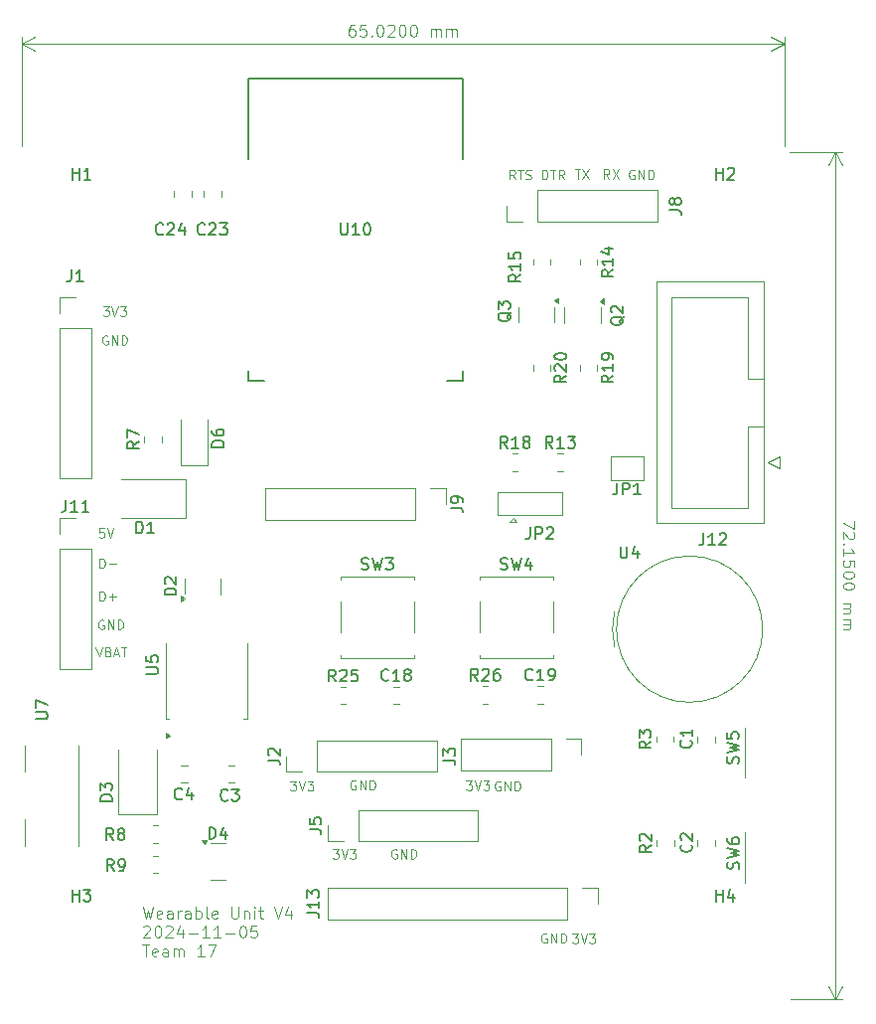
<source format=gbr>
%TF.GenerationSoftware,KiCad,Pcbnew,8.0.6*%
%TF.CreationDate,2024-11-05T15:11:28-06:00*%
%TF.ProjectId,werable_unit (1),77657261-626c-4655-9f75-6e6974202831,rev?*%
%TF.SameCoordinates,Original*%
%TF.FileFunction,Legend,Top*%
%TF.FilePolarity,Positive*%
%FSLAX46Y46*%
G04 Gerber Fmt 4.6, Leading zero omitted, Abs format (unit mm)*
G04 Created by KiCad (PCBNEW 8.0.6) date 2024-11-05 15:11:28*
%MOMM*%
%LPD*%
G01*
G04 APERTURE LIST*
%ADD10C,0.100000*%
%ADD11C,0.150000*%
%ADD12C,0.120000*%
%ADD13C,0.152400*%
G04 APERTURE END LIST*
D10*
X115521474Y-114844695D02*
X116016712Y-114844695D01*
X116016712Y-114844695D02*
X115750046Y-115149457D01*
X115750046Y-115149457D02*
X115864331Y-115149457D01*
X115864331Y-115149457D02*
X115940522Y-115187552D01*
X115940522Y-115187552D02*
X115978617Y-115225647D01*
X115978617Y-115225647D02*
X116016712Y-115301838D01*
X116016712Y-115301838D02*
X116016712Y-115492314D01*
X116016712Y-115492314D02*
X115978617Y-115568504D01*
X115978617Y-115568504D02*
X115940522Y-115606600D01*
X115940522Y-115606600D02*
X115864331Y-115644695D01*
X115864331Y-115644695D02*
X115635760Y-115644695D01*
X115635760Y-115644695D02*
X115559569Y-115606600D01*
X115559569Y-115606600D02*
X115521474Y-115568504D01*
X116245284Y-114844695D02*
X116511951Y-115644695D01*
X116511951Y-115644695D02*
X116778617Y-114844695D01*
X116969093Y-114844695D02*
X117464331Y-114844695D01*
X117464331Y-114844695D02*
X117197665Y-115149457D01*
X117197665Y-115149457D02*
X117311950Y-115149457D01*
X117311950Y-115149457D02*
X117388141Y-115187552D01*
X117388141Y-115187552D02*
X117426236Y-115225647D01*
X117426236Y-115225647D02*
X117464331Y-115301838D01*
X117464331Y-115301838D02*
X117464331Y-115492314D01*
X117464331Y-115492314D02*
X117426236Y-115568504D01*
X117426236Y-115568504D02*
X117388141Y-115606600D01*
X117388141Y-115606600D02*
X117311950Y-115644695D01*
X117311950Y-115644695D02*
X117083379Y-115644695D01*
X117083379Y-115644695D02*
X117007188Y-115606600D01*
X117007188Y-115606600D02*
X116969093Y-115568504D01*
X100548112Y-107669190D02*
X100471922Y-107631095D01*
X100471922Y-107631095D02*
X100357636Y-107631095D01*
X100357636Y-107631095D02*
X100243350Y-107669190D01*
X100243350Y-107669190D02*
X100167160Y-107745380D01*
X100167160Y-107745380D02*
X100129065Y-107821571D01*
X100129065Y-107821571D02*
X100090969Y-107973952D01*
X100090969Y-107973952D02*
X100090969Y-108088238D01*
X100090969Y-108088238D02*
X100129065Y-108240619D01*
X100129065Y-108240619D02*
X100167160Y-108316809D01*
X100167160Y-108316809D02*
X100243350Y-108393000D01*
X100243350Y-108393000D02*
X100357636Y-108431095D01*
X100357636Y-108431095D02*
X100433827Y-108431095D01*
X100433827Y-108431095D02*
X100548112Y-108393000D01*
X100548112Y-108393000D02*
X100586208Y-108354904D01*
X100586208Y-108354904D02*
X100586208Y-108088238D01*
X100586208Y-108088238D02*
X100433827Y-108088238D01*
X100929065Y-108431095D02*
X100929065Y-107631095D01*
X100929065Y-107631095D02*
X101386208Y-108431095D01*
X101386208Y-108431095D02*
X101386208Y-107631095D01*
X101767160Y-108431095D02*
X101767160Y-107631095D01*
X101767160Y-107631095D02*
X101957636Y-107631095D01*
X101957636Y-107631095D02*
X102071922Y-107669190D01*
X102071922Y-107669190D02*
X102148112Y-107745380D01*
X102148112Y-107745380D02*
X102186207Y-107821571D01*
X102186207Y-107821571D02*
X102224303Y-107973952D01*
X102224303Y-107973952D02*
X102224303Y-108088238D01*
X102224303Y-108088238D02*
X102186207Y-108240619D01*
X102186207Y-108240619D02*
X102148112Y-108316809D01*
X102148112Y-108316809D02*
X102071922Y-108393000D01*
X102071922Y-108393000D02*
X101957636Y-108431095D01*
X101957636Y-108431095D02*
X101767160Y-108431095D01*
X75884712Y-63904990D02*
X75808522Y-63866895D01*
X75808522Y-63866895D02*
X75694236Y-63866895D01*
X75694236Y-63866895D02*
X75579950Y-63904990D01*
X75579950Y-63904990D02*
X75503760Y-63981180D01*
X75503760Y-63981180D02*
X75465665Y-64057371D01*
X75465665Y-64057371D02*
X75427569Y-64209752D01*
X75427569Y-64209752D02*
X75427569Y-64324038D01*
X75427569Y-64324038D02*
X75465665Y-64476419D01*
X75465665Y-64476419D02*
X75503760Y-64552609D01*
X75503760Y-64552609D02*
X75579950Y-64628800D01*
X75579950Y-64628800D02*
X75694236Y-64666895D01*
X75694236Y-64666895D02*
X75770427Y-64666895D01*
X75770427Y-64666895D02*
X75884712Y-64628800D01*
X75884712Y-64628800D02*
X75922808Y-64590704D01*
X75922808Y-64590704D02*
X75922808Y-64324038D01*
X75922808Y-64324038D02*
X75770427Y-64324038D01*
X76265665Y-64666895D02*
X76265665Y-63866895D01*
X76265665Y-63866895D02*
X76722808Y-64666895D01*
X76722808Y-64666895D02*
X76722808Y-63866895D01*
X77103760Y-64666895D02*
X77103760Y-63866895D01*
X77103760Y-63866895D02*
X77294236Y-63866895D01*
X77294236Y-63866895D02*
X77408522Y-63904990D01*
X77408522Y-63904990D02*
X77484712Y-63981180D01*
X77484712Y-63981180D02*
X77522807Y-64057371D01*
X77522807Y-64057371D02*
X77560903Y-64209752D01*
X77560903Y-64209752D02*
X77560903Y-64324038D01*
X77560903Y-64324038D02*
X77522807Y-64476419D01*
X77522807Y-64476419D02*
X77484712Y-64552609D01*
X77484712Y-64552609D02*
X77408522Y-64628800D01*
X77408522Y-64628800D02*
X77294236Y-64666895D01*
X77294236Y-64666895D02*
X77103760Y-64666895D01*
X110644608Y-50595295D02*
X110377941Y-50214342D01*
X110187465Y-50595295D02*
X110187465Y-49795295D01*
X110187465Y-49795295D02*
X110492227Y-49795295D01*
X110492227Y-49795295D02*
X110568417Y-49833390D01*
X110568417Y-49833390D02*
X110606512Y-49871485D01*
X110606512Y-49871485D02*
X110644608Y-49947676D01*
X110644608Y-49947676D02*
X110644608Y-50061961D01*
X110644608Y-50061961D02*
X110606512Y-50138152D01*
X110606512Y-50138152D02*
X110568417Y-50176247D01*
X110568417Y-50176247D02*
X110492227Y-50214342D01*
X110492227Y-50214342D02*
X110187465Y-50214342D01*
X110873179Y-49795295D02*
X111330322Y-49795295D01*
X111101750Y-50595295D02*
X111101750Y-49795295D01*
X111558893Y-50557200D02*
X111673179Y-50595295D01*
X111673179Y-50595295D02*
X111863655Y-50595295D01*
X111863655Y-50595295D02*
X111939846Y-50557200D01*
X111939846Y-50557200D02*
X111977941Y-50519104D01*
X111977941Y-50519104D02*
X112016036Y-50442914D01*
X112016036Y-50442914D02*
X112016036Y-50366723D01*
X112016036Y-50366723D02*
X111977941Y-50290533D01*
X111977941Y-50290533D02*
X111939846Y-50252438D01*
X111939846Y-50252438D02*
X111863655Y-50214342D01*
X111863655Y-50214342D02*
X111711274Y-50176247D01*
X111711274Y-50176247D02*
X111635084Y-50138152D01*
X111635084Y-50138152D02*
X111596989Y-50100057D01*
X111596989Y-50100057D02*
X111558893Y-50023866D01*
X111558893Y-50023866D02*
X111558893Y-49947676D01*
X111558893Y-49947676D02*
X111596989Y-49871485D01*
X111596989Y-49871485D02*
X111635084Y-49833390D01*
X111635084Y-49833390D02*
X111711274Y-49795295D01*
X111711274Y-49795295D02*
X111901751Y-49795295D01*
X111901751Y-49795295D02*
X112016036Y-49833390D01*
X118671008Y-50519095D02*
X118404341Y-50138142D01*
X118213865Y-50519095D02*
X118213865Y-49719095D01*
X118213865Y-49719095D02*
X118518627Y-49719095D01*
X118518627Y-49719095D02*
X118594817Y-49757190D01*
X118594817Y-49757190D02*
X118632912Y-49795285D01*
X118632912Y-49795285D02*
X118671008Y-49871476D01*
X118671008Y-49871476D02*
X118671008Y-49985761D01*
X118671008Y-49985761D02*
X118632912Y-50061952D01*
X118632912Y-50061952D02*
X118594817Y-50100047D01*
X118594817Y-50100047D02*
X118518627Y-50138142D01*
X118518627Y-50138142D02*
X118213865Y-50138142D01*
X118937674Y-49719095D02*
X119471008Y-50519095D01*
X119471008Y-49719095D02*
X118937674Y-50519095D01*
X78898646Y-112552531D02*
X79136741Y-113552531D01*
X79136741Y-113552531D02*
X79327217Y-112838245D01*
X79327217Y-112838245D02*
X79517693Y-113552531D01*
X79517693Y-113552531D02*
X79755789Y-112552531D01*
X80517693Y-113504912D02*
X80422455Y-113552531D01*
X80422455Y-113552531D02*
X80231979Y-113552531D01*
X80231979Y-113552531D02*
X80136741Y-113504912D01*
X80136741Y-113504912D02*
X80089122Y-113409673D01*
X80089122Y-113409673D02*
X80089122Y-113028721D01*
X80089122Y-113028721D02*
X80136741Y-112933483D01*
X80136741Y-112933483D02*
X80231979Y-112885864D01*
X80231979Y-112885864D02*
X80422455Y-112885864D01*
X80422455Y-112885864D02*
X80517693Y-112933483D01*
X80517693Y-112933483D02*
X80565312Y-113028721D01*
X80565312Y-113028721D02*
X80565312Y-113123959D01*
X80565312Y-113123959D02*
X80089122Y-113219197D01*
X81422455Y-113552531D02*
X81422455Y-113028721D01*
X81422455Y-113028721D02*
X81374836Y-112933483D01*
X81374836Y-112933483D02*
X81279598Y-112885864D01*
X81279598Y-112885864D02*
X81089122Y-112885864D01*
X81089122Y-112885864D02*
X80993884Y-112933483D01*
X81422455Y-113504912D02*
X81327217Y-113552531D01*
X81327217Y-113552531D02*
X81089122Y-113552531D01*
X81089122Y-113552531D02*
X80993884Y-113504912D01*
X80993884Y-113504912D02*
X80946265Y-113409673D01*
X80946265Y-113409673D02*
X80946265Y-113314435D01*
X80946265Y-113314435D02*
X80993884Y-113219197D01*
X80993884Y-113219197D02*
X81089122Y-113171578D01*
X81089122Y-113171578D02*
X81327217Y-113171578D01*
X81327217Y-113171578D02*
X81422455Y-113123959D01*
X81898646Y-113552531D02*
X81898646Y-112885864D01*
X81898646Y-113076340D02*
X81946265Y-112981102D01*
X81946265Y-112981102D02*
X81993884Y-112933483D01*
X81993884Y-112933483D02*
X82089122Y-112885864D01*
X82089122Y-112885864D02*
X82184360Y-112885864D01*
X82946265Y-113552531D02*
X82946265Y-113028721D01*
X82946265Y-113028721D02*
X82898646Y-112933483D01*
X82898646Y-112933483D02*
X82803408Y-112885864D01*
X82803408Y-112885864D02*
X82612932Y-112885864D01*
X82612932Y-112885864D02*
X82517694Y-112933483D01*
X82946265Y-113504912D02*
X82851027Y-113552531D01*
X82851027Y-113552531D02*
X82612932Y-113552531D01*
X82612932Y-113552531D02*
X82517694Y-113504912D01*
X82517694Y-113504912D02*
X82470075Y-113409673D01*
X82470075Y-113409673D02*
X82470075Y-113314435D01*
X82470075Y-113314435D02*
X82517694Y-113219197D01*
X82517694Y-113219197D02*
X82612932Y-113171578D01*
X82612932Y-113171578D02*
X82851027Y-113171578D01*
X82851027Y-113171578D02*
X82946265Y-113123959D01*
X83422456Y-113552531D02*
X83422456Y-112552531D01*
X83422456Y-112933483D02*
X83517694Y-112885864D01*
X83517694Y-112885864D02*
X83708170Y-112885864D01*
X83708170Y-112885864D02*
X83803408Y-112933483D01*
X83803408Y-112933483D02*
X83851027Y-112981102D01*
X83851027Y-112981102D02*
X83898646Y-113076340D01*
X83898646Y-113076340D02*
X83898646Y-113362054D01*
X83898646Y-113362054D02*
X83851027Y-113457292D01*
X83851027Y-113457292D02*
X83803408Y-113504912D01*
X83803408Y-113504912D02*
X83708170Y-113552531D01*
X83708170Y-113552531D02*
X83517694Y-113552531D01*
X83517694Y-113552531D02*
X83422456Y-113504912D01*
X84470075Y-113552531D02*
X84374837Y-113504912D01*
X84374837Y-113504912D02*
X84327218Y-113409673D01*
X84327218Y-113409673D02*
X84327218Y-112552531D01*
X85231980Y-113504912D02*
X85136742Y-113552531D01*
X85136742Y-113552531D02*
X84946266Y-113552531D01*
X84946266Y-113552531D02*
X84851028Y-113504912D01*
X84851028Y-113504912D02*
X84803409Y-113409673D01*
X84803409Y-113409673D02*
X84803409Y-113028721D01*
X84803409Y-113028721D02*
X84851028Y-112933483D01*
X84851028Y-112933483D02*
X84946266Y-112885864D01*
X84946266Y-112885864D02*
X85136742Y-112885864D01*
X85136742Y-112885864D02*
X85231980Y-112933483D01*
X85231980Y-112933483D02*
X85279599Y-113028721D01*
X85279599Y-113028721D02*
X85279599Y-113123959D01*
X85279599Y-113123959D02*
X84803409Y-113219197D01*
X86470076Y-112552531D02*
X86470076Y-113362054D01*
X86470076Y-113362054D02*
X86517695Y-113457292D01*
X86517695Y-113457292D02*
X86565314Y-113504912D01*
X86565314Y-113504912D02*
X86660552Y-113552531D01*
X86660552Y-113552531D02*
X86851028Y-113552531D01*
X86851028Y-113552531D02*
X86946266Y-113504912D01*
X86946266Y-113504912D02*
X86993885Y-113457292D01*
X86993885Y-113457292D02*
X87041504Y-113362054D01*
X87041504Y-113362054D02*
X87041504Y-112552531D01*
X87517695Y-112885864D02*
X87517695Y-113552531D01*
X87517695Y-112981102D02*
X87565314Y-112933483D01*
X87565314Y-112933483D02*
X87660552Y-112885864D01*
X87660552Y-112885864D02*
X87803409Y-112885864D01*
X87803409Y-112885864D02*
X87898647Y-112933483D01*
X87898647Y-112933483D02*
X87946266Y-113028721D01*
X87946266Y-113028721D02*
X87946266Y-113552531D01*
X88422457Y-113552531D02*
X88422457Y-112885864D01*
X88422457Y-112552531D02*
X88374838Y-112600150D01*
X88374838Y-112600150D02*
X88422457Y-112647769D01*
X88422457Y-112647769D02*
X88470076Y-112600150D01*
X88470076Y-112600150D02*
X88422457Y-112552531D01*
X88422457Y-112552531D02*
X88422457Y-112647769D01*
X88755790Y-112885864D02*
X89136742Y-112885864D01*
X88898647Y-112552531D02*
X88898647Y-113409673D01*
X88898647Y-113409673D02*
X88946266Y-113504912D01*
X88946266Y-113504912D02*
X89041504Y-113552531D01*
X89041504Y-113552531D02*
X89136742Y-113552531D01*
X90089124Y-112552531D02*
X90422457Y-113552531D01*
X90422457Y-113552531D02*
X90755790Y-112552531D01*
X91517695Y-112885864D02*
X91517695Y-113552531D01*
X91279600Y-112504912D02*
X91041505Y-113219197D01*
X91041505Y-113219197D02*
X91660552Y-113219197D01*
X78946265Y-114257713D02*
X78993884Y-114210094D01*
X78993884Y-114210094D02*
X79089122Y-114162475D01*
X79089122Y-114162475D02*
X79327217Y-114162475D01*
X79327217Y-114162475D02*
X79422455Y-114210094D01*
X79422455Y-114210094D02*
X79470074Y-114257713D01*
X79470074Y-114257713D02*
X79517693Y-114352951D01*
X79517693Y-114352951D02*
X79517693Y-114448189D01*
X79517693Y-114448189D02*
X79470074Y-114591046D01*
X79470074Y-114591046D02*
X78898646Y-115162475D01*
X78898646Y-115162475D02*
X79517693Y-115162475D01*
X80136741Y-114162475D02*
X80231979Y-114162475D01*
X80231979Y-114162475D02*
X80327217Y-114210094D01*
X80327217Y-114210094D02*
X80374836Y-114257713D01*
X80374836Y-114257713D02*
X80422455Y-114352951D01*
X80422455Y-114352951D02*
X80470074Y-114543427D01*
X80470074Y-114543427D02*
X80470074Y-114781522D01*
X80470074Y-114781522D02*
X80422455Y-114971998D01*
X80422455Y-114971998D02*
X80374836Y-115067236D01*
X80374836Y-115067236D02*
X80327217Y-115114856D01*
X80327217Y-115114856D02*
X80231979Y-115162475D01*
X80231979Y-115162475D02*
X80136741Y-115162475D01*
X80136741Y-115162475D02*
X80041503Y-115114856D01*
X80041503Y-115114856D02*
X79993884Y-115067236D01*
X79993884Y-115067236D02*
X79946265Y-114971998D01*
X79946265Y-114971998D02*
X79898646Y-114781522D01*
X79898646Y-114781522D02*
X79898646Y-114543427D01*
X79898646Y-114543427D02*
X79946265Y-114352951D01*
X79946265Y-114352951D02*
X79993884Y-114257713D01*
X79993884Y-114257713D02*
X80041503Y-114210094D01*
X80041503Y-114210094D02*
X80136741Y-114162475D01*
X80851027Y-114257713D02*
X80898646Y-114210094D01*
X80898646Y-114210094D02*
X80993884Y-114162475D01*
X80993884Y-114162475D02*
X81231979Y-114162475D01*
X81231979Y-114162475D02*
X81327217Y-114210094D01*
X81327217Y-114210094D02*
X81374836Y-114257713D01*
X81374836Y-114257713D02*
X81422455Y-114352951D01*
X81422455Y-114352951D02*
X81422455Y-114448189D01*
X81422455Y-114448189D02*
X81374836Y-114591046D01*
X81374836Y-114591046D02*
X80803408Y-115162475D01*
X80803408Y-115162475D02*
X81422455Y-115162475D01*
X82279598Y-114495808D02*
X82279598Y-115162475D01*
X82041503Y-114114856D02*
X81803408Y-114829141D01*
X81803408Y-114829141D02*
X82422455Y-114829141D01*
X82803408Y-114781522D02*
X83565313Y-114781522D01*
X84565312Y-115162475D02*
X83993884Y-115162475D01*
X84279598Y-115162475D02*
X84279598Y-114162475D01*
X84279598Y-114162475D02*
X84184360Y-114305332D01*
X84184360Y-114305332D02*
X84089122Y-114400570D01*
X84089122Y-114400570D02*
X83993884Y-114448189D01*
X85517693Y-115162475D02*
X84946265Y-115162475D01*
X85231979Y-115162475D02*
X85231979Y-114162475D01*
X85231979Y-114162475D02*
X85136741Y-114305332D01*
X85136741Y-114305332D02*
X85041503Y-114400570D01*
X85041503Y-114400570D02*
X84946265Y-114448189D01*
X85946265Y-114781522D02*
X86708170Y-114781522D01*
X87374836Y-114162475D02*
X87470074Y-114162475D01*
X87470074Y-114162475D02*
X87565312Y-114210094D01*
X87565312Y-114210094D02*
X87612931Y-114257713D01*
X87612931Y-114257713D02*
X87660550Y-114352951D01*
X87660550Y-114352951D02*
X87708169Y-114543427D01*
X87708169Y-114543427D02*
X87708169Y-114781522D01*
X87708169Y-114781522D02*
X87660550Y-114971998D01*
X87660550Y-114971998D02*
X87612931Y-115067236D01*
X87612931Y-115067236D02*
X87565312Y-115114856D01*
X87565312Y-115114856D02*
X87470074Y-115162475D01*
X87470074Y-115162475D02*
X87374836Y-115162475D01*
X87374836Y-115162475D02*
X87279598Y-115114856D01*
X87279598Y-115114856D02*
X87231979Y-115067236D01*
X87231979Y-115067236D02*
X87184360Y-114971998D01*
X87184360Y-114971998D02*
X87136741Y-114781522D01*
X87136741Y-114781522D02*
X87136741Y-114543427D01*
X87136741Y-114543427D02*
X87184360Y-114352951D01*
X87184360Y-114352951D02*
X87231979Y-114257713D01*
X87231979Y-114257713D02*
X87279598Y-114210094D01*
X87279598Y-114210094D02*
X87374836Y-114162475D01*
X88612931Y-114162475D02*
X88136741Y-114162475D01*
X88136741Y-114162475D02*
X88089122Y-114638665D01*
X88089122Y-114638665D02*
X88136741Y-114591046D01*
X88136741Y-114591046D02*
X88231979Y-114543427D01*
X88231979Y-114543427D02*
X88470074Y-114543427D01*
X88470074Y-114543427D02*
X88565312Y-114591046D01*
X88565312Y-114591046D02*
X88612931Y-114638665D01*
X88612931Y-114638665D02*
X88660550Y-114733903D01*
X88660550Y-114733903D02*
X88660550Y-114971998D01*
X88660550Y-114971998D02*
X88612931Y-115067236D01*
X88612931Y-115067236D02*
X88565312Y-115114856D01*
X88565312Y-115114856D02*
X88470074Y-115162475D01*
X88470074Y-115162475D02*
X88231979Y-115162475D01*
X88231979Y-115162475D02*
X88136741Y-115114856D01*
X88136741Y-115114856D02*
X88089122Y-115067236D01*
X78851027Y-115772419D02*
X79422455Y-115772419D01*
X79136741Y-116772419D02*
X79136741Y-115772419D01*
X80136741Y-116724800D02*
X80041503Y-116772419D01*
X80041503Y-116772419D02*
X79851027Y-116772419D01*
X79851027Y-116772419D02*
X79755789Y-116724800D01*
X79755789Y-116724800D02*
X79708170Y-116629561D01*
X79708170Y-116629561D02*
X79708170Y-116248609D01*
X79708170Y-116248609D02*
X79755789Y-116153371D01*
X79755789Y-116153371D02*
X79851027Y-116105752D01*
X79851027Y-116105752D02*
X80041503Y-116105752D01*
X80041503Y-116105752D02*
X80136741Y-116153371D01*
X80136741Y-116153371D02*
X80184360Y-116248609D01*
X80184360Y-116248609D02*
X80184360Y-116343847D01*
X80184360Y-116343847D02*
X79708170Y-116439085D01*
X81041503Y-116772419D02*
X81041503Y-116248609D01*
X81041503Y-116248609D02*
X80993884Y-116153371D01*
X80993884Y-116153371D02*
X80898646Y-116105752D01*
X80898646Y-116105752D02*
X80708170Y-116105752D01*
X80708170Y-116105752D02*
X80612932Y-116153371D01*
X81041503Y-116724800D02*
X80946265Y-116772419D01*
X80946265Y-116772419D02*
X80708170Y-116772419D01*
X80708170Y-116772419D02*
X80612932Y-116724800D01*
X80612932Y-116724800D02*
X80565313Y-116629561D01*
X80565313Y-116629561D02*
X80565313Y-116534323D01*
X80565313Y-116534323D02*
X80612932Y-116439085D01*
X80612932Y-116439085D02*
X80708170Y-116391466D01*
X80708170Y-116391466D02*
X80946265Y-116391466D01*
X80946265Y-116391466D02*
X81041503Y-116343847D01*
X81517694Y-116772419D02*
X81517694Y-116105752D01*
X81517694Y-116200990D02*
X81565313Y-116153371D01*
X81565313Y-116153371D02*
X81660551Y-116105752D01*
X81660551Y-116105752D02*
X81803408Y-116105752D01*
X81803408Y-116105752D02*
X81898646Y-116153371D01*
X81898646Y-116153371D02*
X81946265Y-116248609D01*
X81946265Y-116248609D02*
X81946265Y-116772419D01*
X81946265Y-116248609D02*
X81993884Y-116153371D01*
X81993884Y-116153371D02*
X82089122Y-116105752D01*
X82089122Y-116105752D02*
X82231979Y-116105752D01*
X82231979Y-116105752D02*
X82327218Y-116153371D01*
X82327218Y-116153371D02*
X82374837Y-116248609D01*
X82374837Y-116248609D02*
X82374837Y-116772419D01*
X84136741Y-116772419D02*
X83565313Y-116772419D01*
X83851027Y-116772419D02*
X83851027Y-115772419D01*
X83851027Y-115772419D02*
X83755789Y-115915276D01*
X83755789Y-115915276D02*
X83660551Y-116010514D01*
X83660551Y-116010514D02*
X83565313Y-116058133D01*
X84470075Y-115772419D02*
X85136741Y-115772419D01*
X85136741Y-115772419D02*
X84708170Y-116772419D01*
X112956065Y-50569895D02*
X112956065Y-49769895D01*
X112956065Y-49769895D02*
X113146541Y-49769895D01*
X113146541Y-49769895D02*
X113260827Y-49807990D01*
X113260827Y-49807990D02*
X113337017Y-49884180D01*
X113337017Y-49884180D02*
X113375112Y-49960371D01*
X113375112Y-49960371D02*
X113413208Y-50112752D01*
X113413208Y-50112752D02*
X113413208Y-50227038D01*
X113413208Y-50227038D02*
X113375112Y-50379419D01*
X113375112Y-50379419D02*
X113337017Y-50455609D01*
X113337017Y-50455609D02*
X113260827Y-50531800D01*
X113260827Y-50531800D02*
X113146541Y-50569895D01*
X113146541Y-50569895D02*
X112956065Y-50569895D01*
X113641779Y-49769895D02*
X114098922Y-49769895D01*
X113870350Y-50569895D02*
X113870350Y-49769895D01*
X114822732Y-50569895D02*
X114556065Y-50188942D01*
X114365589Y-50569895D02*
X114365589Y-49769895D01*
X114365589Y-49769895D02*
X114670351Y-49769895D01*
X114670351Y-49769895D02*
X114746541Y-49807990D01*
X114746541Y-49807990D02*
X114784636Y-49846085D01*
X114784636Y-49846085D02*
X114822732Y-49922276D01*
X114822732Y-49922276D02*
X114822732Y-50036561D01*
X114822732Y-50036561D02*
X114784636Y-50112752D01*
X114784636Y-50112752D02*
X114746541Y-50150847D01*
X114746541Y-50150847D02*
X114670351Y-50188942D01*
X114670351Y-50188942D02*
X114365589Y-50188942D01*
X115737379Y-49744495D02*
X116194522Y-49744495D01*
X115965950Y-50544495D02*
X115965950Y-49744495D01*
X116384998Y-49744495D02*
X116918332Y-50544495D01*
X116918332Y-49744495D02*
X116384998Y-50544495D01*
X95099874Y-107631095D02*
X95595112Y-107631095D01*
X95595112Y-107631095D02*
X95328446Y-107935857D01*
X95328446Y-107935857D02*
X95442731Y-107935857D01*
X95442731Y-107935857D02*
X95518922Y-107973952D01*
X95518922Y-107973952D02*
X95557017Y-108012047D01*
X95557017Y-108012047D02*
X95595112Y-108088238D01*
X95595112Y-108088238D02*
X95595112Y-108278714D01*
X95595112Y-108278714D02*
X95557017Y-108354904D01*
X95557017Y-108354904D02*
X95518922Y-108393000D01*
X95518922Y-108393000D02*
X95442731Y-108431095D01*
X95442731Y-108431095D02*
X95214160Y-108431095D01*
X95214160Y-108431095D02*
X95137969Y-108393000D01*
X95137969Y-108393000D02*
X95099874Y-108354904D01*
X95823684Y-107631095D02*
X96090351Y-108431095D01*
X96090351Y-108431095D02*
X96357017Y-107631095D01*
X96547493Y-107631095D02*
X97042731Y-107631095D01*
X97042731Y-107631095D02*
X96776065Y-107935857D01*
X96776065Y-107935857D02*
X96890350Y-107935857D01*
X96890350Y-107935857D02*
X96966541Y-107973952D01*
X96966541Y-107973952D02*
X97004636Y-108012047D01*
X97004636Y-108012047D02*
X97042731Y-108088238D01*
X97042731Y-108088238D02*
X97042731Y-108278714D01*
X97042731Y-108278714D02*
X97004636Y-108354904D01*
X97004636Y-108354904D02*
X96966541Y-108393000D01*
X96966541Y-108393000D02*
X96890350Y-108431095D01*
X96890350Y-108431095D02*
X96661779Y-108431095D01*
X96661779Y-108431095D02*
X96585588Y-108393000D01*
X96585588Y-108393000D02*
X96547493Y-108354904D01*
X120791912Y-49807990D02*
X120715722Y-49769895D01*
X120715722Y-49769895D02*
X120601436Y-49769895D01*
X120601436Y-49769895D02*
X120487150Y-49807990D01*
X120487150Y-49807990D02*
X120410960Y-49884180D01*
X120410960Y-49884180D02*
X120372865Y-49960371D01*
X120372865Y-49960371D02*
X120334769Y-50112752D01*
X120334769Y-50112752D02*
X120334769Y-50227038D01*
X120334769Y-50227038D02*
X120372865Y-50379419D01*
X120372865Y-50379419D02*
X120410960Y-50455609D01*
X120410960Y-50455609D02*
X120487150Y-50531800D01*
X120487150Y-50531800D02*
X120601436Y-50569895D01*
X120601436Y-50569895D02*
X120677627Y-50569895D01*
X120677627Y-50569895D02*
X120791912Y-50531800D01*
X120791912Y-50531800D02*
X120830008Y-50493704D01*
X120830008Y-50493704D02*
X120830008Y-50227038D01*
X120830008Y-50227038D02*
X120677627Y-50227038D01*
X121172865Y-50569895D02*
X121172865Y-49769895D01*
X121172865Y-49769895D02*
X121630008Y-50569895D01*
X121630008Y-50569895D02*
X121630008Y-49769895D01*
X122010960Y-50569895D02*
X122010960Y-49769895D01*
X122010960Y-49769895D02*
X122201436Y-49769895D01*
X122201436Y-49769895D02*
X122315722Y-49807990D01*
X122315722Y-49807990D02*
X122391912Y-49884180D01*
X122391912Y-49884180D02*
X122430007Y-49960371D01*
X122430007Y-49960371D02*
X122468103Y-50112752D01*
X122468103Y-50112752D02*
X122468103Y-50227038D01*
X122468103Y-50227038D02*
X122430007Y-50379419D01*
X122430007Y-50379419D02*
X122391912Y-50455609D01*
X122391912Y-50455609D02*
X122315722Y-50531800D01*
X122315722Y-50531800D02*
X122201436Y-50569895D01*
X122201436Y-50569895D02*
X122010960Y-50569895D01*
X113324312Y-114857390D02*
X113248122Y-114819295D01*
X113248122Y-114819295D02*
X113133836Y-114819295D01*
X113133836Y-114819295D02*
X113019550Y-114857390D01*
X113019550Y-114857390D02*
X112943360Y-114933580D01*
X112943360Y-114933580D02*
X112905265Y-115009771D01*
X112905265Y-115009771D02*
X112867169Y-115162152D01*
X112867169Y-115162152D02*
X112867169Y-115276438D01*
X112867169Y-115276438D02*
X112905265Y-115428819D01*
X112905265Y-115428819D02*
X112943360Y-115505009D01*
X112943360Y-115505009D02*
X113019550Y-115581200D01*
X113019550Y-115581200D02*
X113133836Y-115619295D01*
X113133836Y-115619295D02*
X113210027Y-115619295D01*
X113210027Y-115619295D02*
X113324312Y-115581200D01*
X113324312Y-115581200D02*
X113362408Y-115543104D01*
X113362408Y-115543104D02*
X113362408Y-115276438D01*
X113362408Y-115276438D02*
X113210027Y-115276438D01*
X113705265Y-115619295D02*
X113705265Y-114819295D01*
X113705265Y-114819295D02*
X114162408Y-115619295D01*
X114162408Y-115619295D02*
X114162408Y-114819295D01*
X114543360Y-115619295D02*
X114543360Y-114819295D01*
X114543360Y-114819295D02*
X114733836Y-114819295D01*
X114733836Y-114819295D02*
X114848122Y-114857390D01*
X114848122Y-114857390D02*
X114924312Y-114933580D01*
X114924312Y-114933580D02*
X114962407Y-115009771D01*
X114962407Y-115009771D02*
X115000503Y-115162152D01*
X115000503Y-115162152D02*
X115000503Y-115276438D01*
X115000503Y-115276438D02*
X114962407Y-115428819D01*
X114962407Y-115428819D02*
X114924312Y-115505009D01*
X114924312Y-115505009D02*
X114848122Y-115581200D01*
X114848122Y-115581200D02*
X114733836Y-115619295D01*
X114733836Y-115619295D02*
X114543360Y-115619295D01*
X75211665Y-86460095D02*
X75211665Y-85660095D01*
X75211665Y-85660095D02*
X75402141Y-85660095D01*
X75402141Y-85660095D02*
X75516427Y-85698190D01*
X75516427Y-85698190D02*
X75592617Y-85774380D01*
X75592617Y-85774380D02*
X75630712Y-85850571D01*
X75630712Y-85850571D02*
X75668808Y-86002952D01*
X75668808Y-86002952D02*
X75668808Y-86117238D01*
X75668808Y-86117238D02*
X75630712Y-86269619D01*
X75630712Y-86269619D02*
X75592617Y-86345809D01*
X75592617Y-86345809D02*
X75516427Y-86422000D01*
X75516427Y-86422000D02*
X75402141Y-86460095D01*
X75402141Y-86460095D02*
X75211665Y-86460095D01*
X76011665Y-86155333D02*
X76621189Y-86155333D01*
X76316427Y-86460095D02*
X76316427Y-85850571D01*
X109387312Y-101877990D02*
X109311122Y-101839895D01*
X109311122Y-101839895D02*
X109196836Y-101839895D01*
X109196836Y-101839895D02*
X109082550Y-101877990D01*
X109082550Y-101877990D02*
X109006360Y-101954180D01*
X109006360Y-101954180D02*
X108968265Y-102030371D01*
X108968265Y-102030371D02*
X108930169Y-102182752D01*
X108930169Y-102182752D02*
X108930169Y-102297038D01*
X108930169Y-102297038D02*
X108968265Y-102449419D01*
X108968265Y-102449419D02*
X109006360Y-102525609D01*
X109006360Y-102525609D02*
X109082550Y-102601800D01*
X109082550Y-102601800D02*
X109196836Y-102639895D01*
X109196836Y-102639895D02*
X109273027Y-102639895D01*
X109273027Y-102639895D02*
X109387312Y-102601800D01*
X109387312Y-102601800D02*
X109425408Y-102563704D01*
X109425408Y-102563704D02*
X109425408Y-102297038D01*
X109425408Y-102297038D02*
X109273027Y-102297038D01*
X109768265Y-102639895D02*
X109768265Y-101839895D01*
X109768265Y-101839895D02*
X110225408Y-102639895D01*
X110225408Y-102639895D02*
X110225408Y-101839895D01*
X110606360Y-102639895D02*
X110606360Y-101839895D01*
X110606360Y-101839895D02*
X110796836Y-101839895D01*
X110796836Y-101839895D02*
X110911122Y-101877990D01*
X110911122Y-101877990D02*
X110987312Y-101954180D01*
X110987312Y-101954180D02*
X111025407Y-102030371D01*
X111025407Y-102030371D02*
X111063503Y-102182752D01*
X111063503Y-102182752D02*
X111063503Y-102297038D01*
X111063503Y-102297038D02*
X111025407Y-102449419D01*
X111025407Y-102449419D02*
X110987312Y-102525609D01*
X110987312Y-102525609D02*
X110911122Y-102601800D01*
X110911122Y-102601800D02*
X110796836Y-102639895D01*
X110796836Y-102639895D02*
X110606360Y-102639895D01*
X74894179Y-90435295D02*
X75160846Y-91235295D01*
X75160846Y-91235295D02*
X75427512Y-90435295D01*
X75960845Y-90816247D02*
X76075131Y-90854342D01*
X76075131Y-90854342D02*
X76113226Y-90892438D01*
X76113226Y-90892438D02*
X76151322Y-90968628D01*
X76151322Y-90968628D02*
X76151322Y-91082914D01*
X76151322Y-91082914D02*
X76113226Y-91159104D01*
X76113226Y-91159104D02*
X76075131Y-91197200D01*
X76075131Y-91197200D02*
X75998941Y-91235295D01*
X75998941Y-91235295D02*
X75694179Y-91235295D01*
X75694179Y-91235295D02*
X75694179Y-90435295D01*
X75694179Y-90435295D02*
X75960845Y-90435295D01*
X75960845Y-90435295D02*
X76037036Y-90473390D01*
X76037036Y-90473390D02*
X76075131Y-90511485D01*
X76075131Y-90511485D02*
X76113226Y-90587676D01*
X76113226Y-90587676D02*
X76113226Y-90663866D01*
X76113226Y-90663866D02*
X76075131Y-90740057D01*
X76075131Y-90740057D02*
X76037036Y-90778152D01*
X76037036Y-90778152D02*
X75960845Y-90816247D01*
X75960845Y-90816247D02*
X75694179Y-90816247D01*
X76456083Y-91006723D02*
X76837036Y-91006723D01*
X76379893Y-91235295D02*
X76646560Y-90435295D01*
X76646560Y-90435295D02*
X76913226Y-91235295D01*
X77065607Y-90435295D02*
X77522750Y-90435295D01*
X77294178Y-91235295D02*
X77294178Y-90435295D01*
X97042912Y-101801790D02*
X96966722Y-101763695D01*
X96966722Y-101763695D02*
X96852436Y-101763695D01*
X96852436Y-101763695D02*
X96738150Y-101801790D01*
X96738150Y-101801790D02*
X96661960Y-101877980D01*
X96661960Y-101877980D02*
X96623865Y-101954171D01*
X96623865Y-101954171D02*
X96585769Y-102106552D01*
X96585769Y-102106552D02*
X96585769Y-102220838D01*
X96585769Y-102220838D02*
X96623865Y-102373219D01*
X96623865Y-102373219D02*
X96661960Y-102449409D01*
X96661960Y-102449409D02*
X96738150Y-102525600D01*
X96738150Y-102525600D02*
X96852436Y-102563695D01*
X96852436Y-102563695D02*
X96928627Y-102563695D01*
X96928627Y-102563695D02*
X97042912Y-102525600D01*
X97042912Y-102525600D02*
X97081008Y-102487504D01*
X97081008Y-102487504D02*
X97081008Y-102220838D01*
X97081008Y-102220838D02*
X96928627Y-102220838D01*
X97423865Y-102563695D02*
X97423865Y-101763695D01*
X97423865Y-101763695D02*
X97881008Y-102563695D01*
X97881008Y-102563695D02*
X97881008Y-101763695D01*
X98261960Y-102563695D02*
X98261960Y-101763695D01*
X98261960Y-101763695D02*
X98452436Y-101763695D01*
X98452436Y-101763695D02*
X98566722Y-101801790D01*
X98566722Y-101801790D02*
X98642912Y-101877980D01*
X98642912Y-101877980D02*
X98681007Y-101954171D01*
X98681007Y-101954171D02*
X98719103Y-102106552D01*
X98719103Y-102106552D02*
X98719103Y-102220838D01*
X98719103Y-102220838D02*
X98681007Y-102373219D01*
X98681007Y-102373219D02*
X98642912Y-102449409D01*
X98642912Y-102449409D02*
X98566722Y-102525600D01*
X98566722Y-102525600D02*
X98452436Y-102563695D01*
X98452436Y-102563695D02*
X98261960Y-102563695D01*
X75211665Y-83666095D02*
X75211665Y-82866095D01*
X75211665Y-82866095D02*
X75402141Y-82866095D01*
X75402141Y-82866095D02*
X75516427Y-82904190D01*
X75516427Y-82904190D02*
X75592617Y-82980380D01*
X75592617Y-82980380D02*
X75630712Y-83056571D01*
X75630712Y-83056571D02*
X75668808Y-83208952D01*
X75668808Y-83208952D02*
X75668808Y-83323238D01*
X75668808Y-83323238D02*
X75630712Y-83475619D01*
X75630712Y-83475619D02*
X75592617Y-83551809D01*
X75592617Y-83551809D02*
X75516427Y-83628000D01*
X75516427Y-83628000D02*
X75402141Y-83666095D01*
X75402141Y-83666095D02*
X75211665Y-83666095D01*
X76011665Y-83361333D02*
X76621189Y-83361333D01*
X106479074Y-101814495D02*
X106974312Y-101814495D01*
X106974312Y-101814495D02*
X106707646Y-102119257D01*
X106707646Y-102119257D02*
X106821931Y-102119257D01*
X106821931Y-102119257D02*
X106898122Y-102157352D01*
X106898122Y-102157352D02*
X106936217Y-102195447D01*
X106936217Y-102195447D02*
X106974312Y-102271638D01*
X106974312Y-102271638D02*
X106974312Y-102462114D01*
X106974312Y-102462114D02*
X106936217Y-102538304D01*
X106936217Y-102538304D02*
X106898122Y-102576400D01*
X106898122Y-102576400D02*
X106821931Y-102614495D01*
X106821931Y-102614495D02*
X106593360Y-102614495D01*
X106593360Y-102614495D02*
X106517169Y-102576400D01*
X106517169Y-102576400D02*
X106479074Y-102538304D01*
X107202884Y-101814495D02*
X107469551Y-102614495D01*
X107469551Y-102614495D02*
X107736217Y-101814495D01*
X107926693Y-101814495D02*
X108421931Y-101814495D01*
X108421931Y-101814495D02*
X108155265Y-102119257D01*
X108155265Y-102119257D02*
X108269550Y-102119257D01*
X108269550Y-102119257D02*
X108345741Y-102157352D01*
X108345741Y-102157352D02*
X108383836Y-102195447D01*
X108383836Y-102195447D02*
X108421931Y-102271638D01*
X108421931Y-102271638D02*
X108421931Y-102462114D01*
X108421931Y-102462114D02*
X108383836Y-102538304D01*
X108383836Y-102538304D02*
X108345741Y-102576400D01*
X108345741Y-102576400D02*
X108269550Y-102614495D01*
X108269550Y-102614495D02*
X108040979Y-102614495D01*
X108040979Y-102614495D02*
X107964788Y-102576400D01*
X107964788Y-102576400D02*
X107926693Y-102538304D01*
X75592617Y-80300695D02*
X75211665Y-80300695D01*
X75211665Y-80300695D02*
X75173569Y-80681647D01*
X75173569Y-80681647D02*
X75211665Y-80643552D01*
X75211665Y-80643552D02*
X75287855Y-80605457D01*
X75287855Y-80605457D02*
X75478331Y-80605457D01*
X75478331Y-80605457D02*
X75554522Y-80643552D01*
X75554522Y-80643552D02*
X75592617Y-80681647D01*
X75592617Y-80681647D02*
X75630712Y-80757838D01*
X75630712Y-80757838D02*
X75630712Y-80948314D01*
X75630712Y-80948314D02*
X75592617Y-81024504D01*
X75592617Y-81024504D02*
X75554522Y-81062600D01*
X75554522Y-81062600D02*
X75478331Y-81100695D01*
X75478331Y-81100695D02*
X75287855Y-81100695D01*
X75287855Y-81100695D02*
X75211665Y-81062600D01*
X75211665Y-81062600D02*
X75173569Y-81024504D01*
X75859284Y-80300695D02*
X76125951Y-81100695D01*
X76125951Y-81100695D02*
X76392617Y-80300695D01*
X91493074Y-101839895D02*
X91988312Y-101839895D01*
X91988312Y-101839895D02*
X91721646Y-102144657D01*
X91721646Y-102144657D02*
X91835931Y-102144657D01*
X91835931Y-102144657D02*
X91912122Y-102182752D01*
X91912122Y-102182752D02*
X91950217Y-102220847D01*
X91950217Y-102220847D02*
X91988312Y-102297038D01*
X91988312Y-102297038D02*
X91988312Y-102487514D01*
X91988312Y-102487514D02*
X91950217Y-102563704D01*
X91950217Y-102563704D02*
X91912122Y-102601800D01*
X91912122Y-102601800D02*
X91835931Y-102639895D01*
X91835931Y-102639895D02*
X91607360Y-102639895D01*
X91607360Y-102639895D02*
X91531169Y-102601800D01*
X91531169Y-102601800D02*
X91493074Y-102563704D01*
X92216884Y-101839895D02*
X92483551Y-102639895D01*
X92483551Y-102639895D02*
X92750217Y-101839895D01*
X92940693Y-101839895D02*
X93435931Y-101839895D01*
X93435931Y-101839895D02*
X93169265Y-102144657D01*
X93169265Y-102144657D02*
X93283550Y-102144657D01*
X93283550Y-102144657D02*
X93359741Y-102182752D01*
X93359741Y-102182752D02*
X93397836Y-102220847D01*
X93397836Y-102220847D02*
X93435931Y-102297038D01*
X93435931Y-102297038D02*
X93435931Y-102487514D01*
X93435931Y-102487514D02*
X93397836Y-102563704D01*
X93397836Y-102563704D02*
X93359741Y-102601800D01*
X93359741Y-102601800D02*
X93283550Y-102639895D01*
X93283550Y-102639895D02*
X93054979Y-102639895D01*
X93054979Y-102639895D02*
X92978788Y-102601800D01*
X92978788Y-102601800D02*
X92940693Y-102563704D01*
X75516474Y-61403095D02*
X76011712Y-61403095D01*
X76011712Y-61403095D02*
X75745046Y-61707857D01*
X75745046Y-61707857D02*
X75859331Y-61707857D01*
X75859331Y-61707857D02*
X75935522Y-61745952D01*
X75935522Y-61745952D02*
X75973617Y-61784047D01*
X75973617Y-61784047D02*
X76011712Y-61860238D01*
X76011712Y-61860238D02*
X76011712Y-62050714D01*
X76011712Y-62050714D02*
X75973617Y-62126904D01*
X75973617Y-62126904D02*
X75935522Y-62165000D01*
X75935522Y-62165000D02*
X75859331Y-62203095D01*
X75859331Y-62203095D02*
X75630760Y-62203095D01*
X75630760Y-62203095D02*
X75554569Y-62165000D01*
X75554569Y-62165000D02*
X75516474Y-62126904D01*
X76240284Y-61403095D02*
X76506951Y-62203095D01*
X76506951Y-62203095D02*
X76773617Y-61403095D01*
X76964093Y-61403095D02*
X77459331Y-61403095D01*
X77459331Y-61403095D02*
X77192665Y-61707857D01*
X77192665Y-61707857D02*
X77306950Y-61707857D01*
X77306950Y-61707857D02*
X77383141Y-61745952D01*
X77383141Y-61745952D02*
X77421236Y-61784047D01*
X77421236Y-61784047D02*
X77459331Y-61860238D01*
X77459331Y-61860238D02*
X77459331Y-62050714D01*
X77459331Y-62050714D02*
X77421236Y-62126904D01*
X77421236Y-62126904D02*
X77383141Y-62165000D01*
X77383141Y-62165000D02*
X77306950Y-62203095D01*
X77306950Y-62203095D02*
X77078379Y-62203095D01*
X77078379Y-62203095D02*
X77002188Y-62165000D01*
X77002188Y-62165000D02*
X76964093Y-62126904D01*
X75554512Y-88136590D02*
X75478322Y-88098495D01*
X75478322Y-88098495D02*
X75364036Y-88098495D01*
X75364036Y-88098495D02*
X75249750Y-88136590D01*
X75249750Y-88136590D02*
X75173560Y-88212780D01*
X75173560Y-88212780D02*
X75135465Y-88288971D01*
X75135465Y-88288971D02*
X75097369Y-88441352D01*
X75097369Y-88441352D02*
X75097369Y-88555638D01*
X75097369Y-88555638D02*
X75135465Y-88708019D01*
X75135465Y-88708019D02*
X75173560Y-88784209D01*
X75173560Y-88784209D02*
X75249750Y-88860400D01*
X75249750Y-88860400D02*
X75364036Y-88898495D01*
X75364036Y-88898495D02*
X75440227Y-88898495D01*
X75440227Y-88898495D02*
X75554512Y-88860400D01*
X75554512Y-88860400D02*
X75592608Y-88822304D01*
X75592608Y-88822304D02*
X75592608Y-88555638D01*
X75592608Y-88555638D02*
X75440227Y-88555638D01*
X75935465Y-88898495D02*
X75935465Y-88098495D01*
X75935465Y-88098495D02*
X76392608Y-88898495D01*
X76392608Y-88898495D02*
X76392608Y-88098495D01*
X76773560Y-88898495D02*
X76773560Y-88098495D01*
X76773560Y-88098495D02*
X76964036Y-88098495D01*
X76964036Y-88098495D02*
X77078322Y-88136590D01*
X77078322Y-88136590D02*
X77154512Y-88212780D01*
X77154512Y-88212780D02*
X77192607Y-88288971D01*
X77192607Y-88288971D02*
X77230703Y-88441352D01*
X77230703Y-88441352D02*
X77230703Y-88555638D01*
X77230703Y-88555638D02*
X77192607Y-88708019D01*
X77192607Y-88708019D02*
X77154512Y-88784209D01*
X77154512Y-88784209D02*
X77078322Y-88860400D01*
X77078322Y-88860400D02*
X76964036Y-88898495D01*
X76964036Y-88898495D02*
X76773560Y-88898495D01*
X96928807Y-37426507D02*
X96738330Y-37426478D01*
X96738330Y-37426478D02*
X96643085Y-37474082D01*
X96643085Y-37474082D02*
X96595459Y-37521694D01*
X96595459Y-37521694D02*
X96500199Y-37664537D01*
X96500199Y-37664537D02*
X96452550Y-37855006D01*
X96452550Y-37855006D02*
X96452492Y-38235958D01*
X96452492Y-38235958D02*
X96500096Y-38331203D01*
X96500096Y-38331203D02*
X96547708Y-38378830D01*
X96547708Y-38378830D02*
X96642939Y-38426463D01*
X96642939Y-38426463D02*
X96833415Y-38426493D01*
X96833415Y-38426493D02*
X96928660Y-38378888D01*
X96928660Y-38378888D02*
X96976287Y-38331277D01*
X96976287Y-38331277D02*
X97023920Y-38236046D01*
X97023920Y-38236046D02*
X97023957Y-37997951D01*
X97023957Y-37997951D02*
X96976352Y-37902705D01*
X96976352Y-37902705D02*
X96928741Y-37855079D01*
X96928741Y-37855079D02*
X96833510Y-37807445D01*
X96833510Y-37807445D02*
X96643034Y-37807416D01*
X96643034Y-37807416D02*
X96547788Y-37855020D01*
X96547788Y-37855020D02*
X96500162Y-37902632D01*
X96500162Y-37902632D02*
X96452528Y-37997863D01*
X97928807Y-37426661D02*
X97452616Y-37426588D01*
X97452616Y-37426588D02*
X97404924Y-37902771D01*
X97404924Y-37902771D02*
X97452550Y-37855159D01*
X97452550Y-37855159D02*
X97547796Y-37807555D01*
X97547796Y-37807555D02*
X97785891Y-37807592D01*
X97785891Y-37807592D02*
X97881122Y-37855225D01*
X97881122Y-37855225D02*
X97928733Y-37902852D01*
X97928733Y-37902852D02*
X97976338Y-37998097D01*
X97976338Y-37998097D02*
X97976301Y-38236192D01*
X97976301Y-38236192D02*
X97928668Y-38331423D01*
X97928668Y-38331423D02*
X97881041Y-38379035D01*
X97881041Y-38379035D02*
X97785796Y-38426639D01*
X97785796Y-38426639D02*
X97547701Y-38426603D01*
X97547701Y-38426603D02*
X97452470Y-38378969D01*
X97452470Y-38378969D02*
X97404858Y-38331343D01*
X98404858Y-38331496D02*
X98452470Y-38379123D01*
X98452470Y-38379123D02*
X98404843Y-38426734D01*
X98404843Y-38426734D02*
X98357232Y-38379108D01*
X98357232Y-38379108D02*
X98404858Y-38331496D01*
X98404858Y-38331496D02*
X98404843Y-38426734D01*
X99071663Y-37426837D02*
X99166901Y-37426852D01*
X99166901Y-37426852D02*
X99262132Y-37474485D01*
X99262132Y-37474485D02*
X99309744Y-37522112D01*
X99309744Y-37522112D02*
X99357348Y-37617357D01*
X99357348Y-37617357D02*
X99404938Y-37807841D01*
X99404938Y-37807841D02*
X99404902Y-38045936D01*
X99404902Y-38045936D02*
X99357253Y-38236405D01*
X99357253Y-38236405D02*
X99309619Y-38331635D01*
X99309619Y-38331635D02*
X99261993Y-38379247D01*
X99261993Y-38379247D02*
X99166748Y-38426852D01*
X99166748Y-38426852D02*
X99071510Y-38426837D01*
X99071510Y-38426837D02*
X98976279Y-38379203D01*
X98976279Y-38379203D02*
X98928667Y-38331577D01*
X98928667Y-38331577D02*
X98881063Y-38236331D01*
X98881063Y-38236331D02*
X98833473Y-38045848D01*
X98833473Y-38045848D02*
X98833510Y-37807753D01*
X98833510Y-37807753D02*
X98881158Y-37617284D01*
X98881158Y-37617284D02*
X98928792Y-37522053D01*
X98928792Y-37522053D02*
X98976418Y-37474441D01*
X98976418Y-37474441D02*
X99071663Y-37426837D01*
X99785935Y-37522185D02*
X99833561Y-37474573D01*
X99833561Y-37474573D02*
X99928806Y-37426969D01*
X99928806Y-37426969D02*
X100166902Y-37427005D01*
X100166902Y-37427005D02*
X100262132Y-37474639D01*
X100262132Y-37474639D02*
X100309744Y-37522265D01*
X100309744Y-37522265D02*
X100357348Y-37617511D01*
X100357348Y-37617511D02*
X100357334Y-37712749D01*
X100357334Y-37712749D02*
X100309693Y-37855599D01*
X100309693Y-37855599D02*
X99738176Y-38426939D01*
X99738176Y-38426939D02*
X100357224Y-38427035D01*
X100976425Y-37427130D02*
X101071663Y-37427145D01*
X101071663Y-37427145D02*
X101166894Y-37474778D01*
X101166894Y-37474778D02*
X101214506Y-37522405D01*
X101214506Y-37522405D02*
X101262110Y-37617650D01*
X101262110Y-37617650D02*
X101309700Y-37808134D01*
X101309700Y-37808134D02*
X101309663Y-38046229D01*
X101309663Y-38046229D02*
X101262015Y-38236698D01*
X101262015Y-38236698D02*
X101214381Y-38331928D01*
X101214381Y-38331928D02*
X101166755Y-38379540D01*
X101166755Y-38379540D02*
X101071510Y-38427145D01*
X101071510Y-38427145D02*
X100976272Y-38427130D01*
X100976272Y-38427130D02*
X100881041Y-38379496D01*
X100881041Y-38379496D02*
X100833429Y-38331870D01*
X100833429Y-38331870D02*
X100785825Y-38236624D01*
X100785825Y-38236624D02*
X100738235Y-38046141D01*
X100738235Y-38046141D02*
X100738272Y-37808046D01*
X100738272Y-37808046D02*
X100785920Y-37617577D01*
X100785920Y-37617577D02*
X100833554Y-37522346D01*
X100833554Y-37522346D02*
X100881180Y-37474734D01*
X100881180Y-37474734D02*
X100976425Y-37427130D01*
X101928806Y-37427276D02*
X102024044Y-37427291D01*
X102024044Y-37427291D02*
X102119275Y-37474925D01*
X102119275Y-37474925D02*
X102166887Y-37522551D01*
X102166887Y-37522551D02*
X102214491Y-37617797D01*
X102214491Y-37617797D02*
X102262081Y-37808280D01*
X102262081Y-37808280D02*
X102262044Y-38046375D01*
X102262044Y-38046375D02*
X102214396Y-38236844D01*
X102214396Y-38236844D02*
X102166762Y-38332075D01*
X102166762Y-38332075D02*
X102119136Y-38379687D01*
X102119136Y-38379687D02*
X102023891Y-38427291D01*
X102023891Y-38427291D02*
X101928653Y-38427276D01*
X101928653Y-38427276D02*
X101833422Y-38379643D01*
X101833422Y-38379643D02*
X101785810Y-38332016D01*
X101785810Y-38332016D02*
X101738206Y-38236771D01*
X101738206Y-38236771D02*
X101690616Y-38046287D01*
X101690616Y-38046287D02*
X101690653Y-37808192D01*
X101690653Y-37808192D02*
X101738301Y-37617723D01*
X101738301Y-37617723D02*
X101785935Y-37522493D01*
X101785935Y-37522493D02*
X101833561Y-37474881D01*
X101833561Y-37474881D02*
X101928806Y-37427276D01*
X103452462Y-38427511D02*
X103452565Y-37760844D01*
X103452550Y-37856082D02*
X103500177Y-37808470D01*
X103500177Y-37808470D02*
X103595422Y-37760866D01*
X103595422Y-37760866D02*
X103738279Y-37760888D01*
X103738279Y-37760888D02*
X103833510Y-37808522D01*
X103833510Y-37808522D02*
X103881114Y-37903767D01*
X103881114Y-37903767D02*
X103881034Y-38427577D01*
X103881114Y-37903767D02*
X103928748Y-37808536D01*
X103928748Y-37808536D02*
X104023993Y-37760932D01*
X104023993Y-37760932D02*
X104166851Y-37760954D01*
X104166851Y-37760954D02*
X104262081Y-37808588D01*
X104262081Y-37808588D02*
X104309686Y-37903833D01*
X104309686Y-37903833D02*
X104309605Y-38427643D01*
X104785795Y-38427716D02*
X104785898Y-37761049D01*
X104785883Y-37856287D02*
X104833510Y-37808676D01*
X104833510Y-37808676D02*
X104928755Y-37761071D01*
X104928755Y-37761071D02*
X105071612Y-37761093D01*
X105071612Y-37761093D02*
X105166843Y-37808727D01*
X105166843Y-37808727D02*
X105214447Y-37903972D01*
X105214447Y-37903972D02*
X105214367Y-38427782D01*
X105214447Y-37903972D02*
X105262081Y-37808741D01*
X105262081Y-37808741D02*
X105357326Y-37761137D01*
X105357326Y-37761137D02*
X105500184Y-37761159D01*
X105500184Y-37761159D02*
X105595414Y-37808793D01*
X105595414Y-37808793D02*
X105643019Y-37904038D01*
X105643019Y-37904038D02*
X105642938Y-38427848D01*
X68560077Y-47740000D02*
X68561501Y-38478306D01*
X133580077Y-47750000D02*
X133581501Y-38488306D01*
X68561411Y-39064726D02*
X133581411Y-39074726D01*
X68561411Y-39064726D02*
X133581411Y-39074726D01*
X68561411Y-39064726D02*
X69688005Y-38478479D01*
X68561411Y-39064726D02*
X69687825Y-39651320D01*
X133581411Y-39074726D02*
X132454817Y-39660973D01*
X133581411Y-39074726D02*
X132454997Y-38488132D01*
X139578685Y-79657503D02*
X139578777Y-80324170D01*
X139578777Y-80324170D02*
X138578718Y-79895737D01*
X139483585Y-80657517D02*
X139531211Y-80705129D01*
X139531211Y-80705129D02*
X139578843Y-80800361D01*
X139578843Y-80800361D02*
X139578876Y-81038456D01*
X139578876Y-81038456D02*
X139531270Y-81133701D01*
X139531270Y-81133701D02*
X139483658Y-81181326D01*
X139483658Y-81181326D02*
X139388426Y-81228958D01*
X139388426Y-81228958D02*
X139293188Y-81228972D01*
X139293188Y-81228972D02*
X139150324Y-81181372D01*
X139150324Y-81181372D02*
X138578817Y-80610023D01*
X138578817Y-80610023D02*
X138578902Y-81229071D01*
X138674200Y-81657629D02*
X138626588Y-81705255D01*
X138626588Y-81705255D02*
X138578962Y-81657642D01*
X138578962Y-81657642D02*
X138626574Y-81610017D01*
X138626574Y-81610017D02*
X138674200Y-81657629D01*
X138674200Y-81657629D02*
X138578962Y-81657642D01*
X138579100Y-82657642D02*
X138579021Y-82086213D01*
X138579061Y-82371927D02*
X139579061Y-82371789D01*
X139579061Y-82371789D02*
X139436191Y-82276570D01*
X139436191Y-82276570D02*
X139340939Y-82181346D01*
X139340939Y-82181346D02*
X139293307Y-82086114D01*
X139579226Y-83562265D02*
X139579160Y-83086075D01*
X139579160Y-83086075D02*
X139102963Y-83038522D01*
X139102963Y-83038522D02*
X139150588Y-83086134D01*
X139150588Y-83086134D02*
X139198221Y-83181365D01*
X139198221Y-83181365D02*
X139198254Y-83419461D01*
X139198254Y-83419461D02*
X139150648Y-83514705D01*
X139150648Y-83514705D02*
X139103035Y-83562331D01*
X139103035Y-83562331D02*
X139007804Y-83609963D01*
X139007804Y-83609963D02*
X138769709Y-83609996D01*
X138769709Y-83609996D02*
X138674464Y-83562390D01*
X138674464Y-83562390D02*
X138626838Y-83514778D01*
X138626838Y-83514778D02*
X138579206Y-83419546D01*
X138579206Y-83419546D02*
X138579173Y-83181451D01*
X138579173Y-83181451D02*
X138626779Y-83086207D01*
X138626779Y-83086207D02*
X138674391Y-83038581D01*
X139579318Y-84228932D02*
X139579331Y-84324170D01*
X139579331Y-84324170D02*
X139531726Y-84419415D01*
X139531726Y-84419415D02*
X139484113Y-84467040D01*
X139484113Y-84467040D02*
X139388882Y-84514672D01*
X139388882Y-84514672D02*
X139198412Y-84562318D01*
X139198412Y-84562318D02*
X138960317Y-84562351D01*
X138960317Y-84562351D02*
X138769834Y-84514758D01*
X138769834Y-84514758D02*
X138674589Y-84467152D01*
X138674589Y-84467152D02*
X138626964Y-84419540D01*
X138626964Y-84419540D02*
X138579331Y-84324308D01*
X138579331Y-84324308D02*
X138579318Y-84229070D01*
X138579318Y-84229070D02*
X138626924Y-84133826D01*
X138626924Y-84133826D02*
X138674537Y-84086200D01*
X138674537Y-84086200D02*
X138769768Y-84038568D01*
X138769768Y-84038568D02*
X138960238Y-83990922D01*
X138960238Y-83990922D02*
X139198333Y-83990889D01*
X139198333Y-83990889D02*
X139388816Y-84038482D01*
X139388816Y-84038482D02*
X139484060Y-84086088D01*
X139484060Y-84086088D02*
X139531686Y-84133700D01*
X139531686Y-84133700D02*
X139579318Y-84228932D01*
X139579450Y-85181313D02*
X139579463Y-85276551D01*
X139579463Y-85276551D02*
X139531858Y-85371796D01*
X139531858Y-85371796D02*
X139484245Y-85419421D01*
X139484245Y-85419421D02*
X139389014Y-85467053D01*
X139389014Y-85467053D02*
X139198544Y-85514699D01*
X139198544Y-85514699D02*
X138960449Y-85514732D01*
X138960449Y-85514732D02*
X138769966Y-85467139D01*
X138769966Y-85467139D02*
X138674721Y-85419533D01*
X138674721Y-85419533D02*
X138627096Y-85371921D01*
X138627096Y-85371921D02*
X138579463Y-85276689D01*
X138579463Y-85276689D02*
X138579450Y-85181451D01*
X138579450Y-85181451D02*
X138627056Y-85086207D01*
X138627056Y-85086207D02*
X138674669Y-85038581D01*
X138674669Y-85038581D02*
X138769900Y-84990949D01*
X138769900Y-84990949D02*
X138960370Y-84943303D01*
X138960370Y-84943303D02*
X139198465Y-84943270D01*
X139198465Y-84943270D02*
X139388948Y-84990863D01*
X139388948Y-84990863D02*
X139484192Y-85038469D01*
X139484192Y-85038469D02*
X139531818Y-85086081D01*
X139531818Y-85086081D02*
X139579450Y-85181313D01*
X138579661Y-86705261D02*
X139246328Y-86705169D01*
X139151090Y-86705182D02*
X139198716Y-86752794D01*
X139198716Y-86752794D02*
X139246348Y-86848026D01*
X139246348Y-86848026D02*
X139246368Y-86990883D01*
X139246368Y-86990883D02*
X139198762Y-87086128D01*
X139198762Y-87086128D02*
X139103530Y-87133760D01*
X139103530Y-87133760D02*
X138579721Y-87133833D01*
X139103530Y-87133760D02*
X139198775Y-87181366D01*
X139198775Y-87181366D02*
X139246407Y-87276597D01*
X139246407Y-87276597D02*
X139246427Y-87419454D01*
X139246427Y-87419454D02*
X139198821Y-87514699D01*
X139198821Y-87514699D02*
X139103590Y-87562331D01*
X139103590Y-87562331D02*
X138579780Y-87562404D01*
X138579846Y-88038594D02*
X139246513Y-88038502D01*
X139151275Y-88038515D02*
X139198900Y-88086127D01*
X139198900Y-88086127D02*
X139246533Y-88181359D01*
X139246533Y-88181359D02*
X139246553Y-88324216D01*
X139246553Y-88324216D02*
X139198947Y-88419461D01*
X139198947Y-88419461D02*
X139103715Y-88467093D01*
X139103715Y-88467093D02*
X138579906Y-88467166D01*
X139103715Y-88467093D02*
X139198960Y-88514699D01*
X139198960Y-88514699D02*
X139246592Y-88609930D01*
X139246592Y-88609930D02*
X139246612Y-88752787D01*
X139246612Y-88752787D02*
X139199006Y-88848032D01*
X139199006Y-88848032D02*
X139103775Y-88895664D01*
X139103775Y-88895664D02*
X138579965Y-88895737D01*
X134080000Y-48249931D02*
X138518171Y-48249316D01*
X134090000Y-120399931D02*
X138528171Y-120399316D01*
X137931751Y-48249397D02*
X137941751Y-120399397D01*
X137931751Y-48249397D02*
X137941751Y-120399397D01*
X137931751Y-48249397D02*
X138518328Y-49375819D01*
X137931751Y-48249397D02*
X137345486Y-49375982D01*
X137941751Y-120399397D02*
X137355174Y-119272975D01*
X137941751Y-120399397D02*
X138528016Y-119272812D01*
D11*
X119910757Y-62260838D02*
X119863138Y-62356076D01*
X119863138Y-62356076D02*
X119767900Y-62451314D01*
X119767900Y-62451314D02*
X119625042Y-62594171D01*
X119625042Y-62594171D02*
X119577423Y-62689409D01*
X119577423Y-62689409D02*
X119577423Y-62784647D01*
X119815519Y-62737028D02*
X119767900Y-62832266D01*
X119767900Y-62832266D02*
X119672661Y-62927504D01*
X119672661Y-62927504D02*
X119482185Y-62975123D01*
X119482185Y-62975123D02*
X119148852Y-62975123D01*
X119148852Y-62975123D02*
X118958376Y-62927504D01*
X118958376Y-62927504D02*
X118863138Y-62832266D01*
X118863138Y-62832266D02*
X118815519Y-62737028D01*
X118815519Y-62737028D02*
X118815519Y-62546552D01*
X118815519Y-62546552D02*
X118863138Y-62451314D01*
X118863138Y-62451314D02*
X118958376Y-62356076D01*
X118958376Y-62356076D02*
X119148852Y-62308457D01*
X119148852Y-62308457D02*
X119482185Y-62308457D01*
X119482185Y-62308457D02*
X119672661Y-62356076D01*
X119672661Y-62356076D02*
X119767900Y-62451314D01*
X119767900Y-62451314D02*
X119815519Y-62546552D01*
X119815519Y-62546552D02*
X119815519Y-62737028D01*
X118910757Y-61927504D02*
X118863138Y-61879885D01*
X118863138Y-61879885D02*
X118815519Y-61784647D01*
X118815519Y-61784647D02*
X118815519Y-61546552D01*
X118815519Y-61546552D02*
X118863138Y-61451314D01*
X118863138Y-61451314D02*
X118910757Y-61403695D01*
X118910757Y-61403695D02*
X119005995Y-61356076D01*
X119005995Y-61356076D02*
X119101233Y-61356076D01*
X119101233Y-61356076D02*
X119244090Y-61403695D01*
X119244090Y-61403695D02*
X119815519Y-61975123D01*
X119815519Y-61975123D02*
X119815519Y-61356076D01*
X109410667Y-83791200D02*
X109553524Y-83838819D01*
X109553524Y-83838819D02*
X109791619Y-83838819D01*
X109791619Y-83838819D02*
X109886857Y-83791200D01*
X109886857Y-83791200D02*
X109934476Y-83743580D01*
X109934476Y-83743580D02*
X109982095Y-83648342D01*
X109982095Y-83648342D02*
X109982095Y-83553104D01*
X109982095Y-83553104D02*
X109934476Y-83457866D01*
X109934476Y-83457866D02*
X109886857Y-83410247D01*
X109886857Y-83410247D02*
X109791619Y-83362628D01*
X109791619Y-83362628D02*
X109601143Y-83315009D01*
X109601143Y-83315009D02*
X109505905Y-83267390D01*
X109505905Y-83267390D02*
X109458286Y-83219771D01*
X109458286Y-83219771D02*
X109410667Y-83124533D01*
X109410667Y-83124533D02*
X109410667Y-83029295D01*
X109410667Y-83029295D02*
X109458286Y-82934057D01*
X109458286Y-82934057D02*
X109505905Y-82886438D01*
X109505905Y-82886438D02*
X109601143Y-82838819D01*
X109601143Y-82838819D02*
X109839238Y-82838819D01*
X109839238Y-82838819D02*
X109982095Y-82886438D01*
X110315429Y-82838819D02*
X110553524Y-83838819D01*
X110553524Y-83838819D02*
X110744000Y-83124533D01*
X110744000Y-83124533D02*
X110934476Y-83838819D01*
X110934476Y-83838819D02*
X111172572Y-82838819D01*
X111982095Y-83172152D02*
X111982095Y-83838819D01*
X111744000Y-82791200D02*
X111505905Y-83505485D01*
X111505905Y-83505485D02*
X112124952Y-83505485D01*
X76299219Y-103531894D02*
X75299219Y-103531894D01*
X75299219Y-103531894D02*
X75299219Y-103293799D01*
X75299219Y-103293799D02*
X75346838Y-103150942D01*
X75346838Y-103150942D02*
X75442076Y-103055704D01*
X75442076Y-103055704D02*
X75537314Y-103008085D01*
X75537314Y-103008085D02*
X75727790Y-102960466D01*
X75727790Y-102960466D02*
X75870647Y-102960466D01*
X75870647Y-102960466D02*
X76061123Y-103008085D01*
X76061123Y-103008085D02*
X76156361Y-103055704D01*
X76156361Y-103055704D02*
X76251600Y-103150942D01*
X76251600Y-103150942D02*
X76299219Y-103293799D01*
X76299219Y-103293799D02*
X76299219Y-103531894D01*
X75299219Y-102627132D02*
X75299219Y-102008085D01*
X75299219Y-102008085D02*
X75680171Y-102341418D01*
X75680171Y-102341418D02*
X75680171Y-102198561D01*
X75680171Y-102198561D02*
X75727790Y-102103323D01*
X75727790Y-102103323D02*
X75775409Y-102055704D01*
X75775409Y-102055704D02*
X75870647Y-102008085D01*
X75870647Y-102008085D02*
X76108742Y-102008085D01*
X76108742Y-102008085D02*
X76203980Y-102055704D01*
X76203980Y-102055704D02*
X76251600Y-102103323D01*
X76251600Y-102103323D02*
X76299219Y-102198561D01*
X76299219Y-102198561D02*
X76299219Y-102484275D01*
X76299219Y-102484275D02*
X76251600Y-102579513D01*
X76251600Y-102579513D02*
X76203980Y-102627132D01*
X119001719Y-58296657D02*
X118525528Y-58629990D01*
X119001719Y-58868085D02*
X118001719Y-58868085D01*
X118001719Y-58868085D02*
X118001719Y-58487133D01*
X118001719Y-58487133D02*
X118049338Y-58391895D01*
X118049338Y-58391895D02*
X118096957Y-58344276D01*
X118096957Y-58344276D02*
X118192195Y-58296657D01*
X118192195Y-58296657D02*
X118335052Y-58296657D01*
X118335052Y-58296657D02*
X118430290Y-58344276D01*
X118430290Y-58344276D02*
X118477909Y-58391895D01*
X118477909Y-58391895D02*
X118525528Y-58487133D01*
X118525528Y-58487133D02*
X118525528Y-58868085D01*
X119001719Y-57344276D02*
X119001719Y-57915704D01*
X119001719Y-57629990D02*
X118001719Y-57629990D01*
X118001719Y-57629990D02*
X118144576Y-57725228D01*
X118144576Y-57725228D02*
X118239814Y-57820466D01*
X118239814Y-57820466D02*
X118287433Y-57915704D01*
X118335052Y-56487133D02*
X119001719Y-56487133D01*
X117954100Y-56725228D02*
X118668385Y-56963323D01*
X118668385Y-56963323D02*
X118668385Y-56344276D01*
X76430333Y-109497019D02*
X76097000Y-109020828D01*
X75858905Y-109497019D02*
X75858905Y-108497019D01*
X75858905Y-108497019D02*
X76239857Y-108497019D01*
X76239857Y-108497019D02*
X76335095Y-108544638D01*
X76335095Y-108544638D02*
X76382714Y-108592257D01*
X76382714Y-108592257D02*
X76430333Y-108687495D01*
X76430333Y-108687495D02*
X76430333Y-108830352D01*
X76430333Y-108830352D02*
X76382714Y-108925590D01*
X76382714Y-108925590D02*
X76335095Y-108973209D01*
X76335095Y-108973209D02*
X76239857Y-109020828D01*
X76239857Y-109020828D02*
X75858905Y-109020828D01*
X76906524Y-109497019D02*
X77097000Y-109497019D01*
X77097000Y-109497019D02*
X77192238Y-109449400D01*
X77192238Y-109449400D02*
X77239857Y-109401780D01*
X77239857Y-109401780D02*
X77335095Y-109258923D01*
X77335095Y-109258923D02*
X77382714Y-109068447D01*
X77382714Y-109068447D02*
X77382714Y-108687495D01*
X77382714Y-108687495D02*
X77335095Y-108592257D01*
X77335095Y-108592257D02*
X77287476Y-108544638D01*
X77287476Y-108544638D02*
X77192238Y-108497019D01*
X77192238Y-108497019D02*
X77001762Y-108497019D01*
X77001762Y-108497019D02*
X76906524Y-108544638D01*
X76906524Y-108544638D02*
X76858905Y-108592257D01*
X76858905Y-108592257D02*
X76811286Y-108687495D01*
X76811286Y-108687495D02*
X76811286Y-108925590D01*
X76811286Y-108925590D02*
X76858905Y-109020828D01*
X76858905Y-109020828D02*
X76906524Y-109068447D01*
X76906524Y-109068447D02*
X77001762Y-109116066D01*
X77001762Y-109116066D02*
X77192238Y-109116066D01*
X77192238Y-109116066D02*
X77287476Y-109068447D01*
X77287476Y-109068447D02*
X77335095Y-109020828D01*
X77335095Y-109020828D02*
X77382714Y-108925590D01*
X93111419Y-105946533D02*
X93825704Y-105946533D01*
X93825704Y-105946533D02*
X93968561Y-105994152D01*
X93968561Y-105994152D02*
X94063800Y-106089390D01*
X94063800Y-106089390D02*
X94111419Y-106232247D01*
X94111419Y-106232247D02*
X94111419Y-106327485D01*
X93111419Y-104994152D02*
X93111419Y-105470342D01*
X93111419Y-105470342D02*
X93587609Y-105517961D01*
X93587609Y-105517961D02*
X93539990Y-105470342D01*
X93539990Y-105470342D02*
X93492371Y-105375104D01*
X93492371Y-105375104D02*
X93492371Y-105137009D01*
X93492371Y-105137009D02*
X93539990Y-105041771D01*
X93539990Y-105041771D02*
X93587609Y-104994152D01*
X93587609Y-104994152D02*
X93682847Y-104946533D01*
X93682847Y-104946533D02*
X93920942Y-104946533D01*
X93920942Y-104946533D02*
X94016180Y-104994152D01*
X94016180Y-104994152D02*
X94063800Y-105041771D01*
X94063800Y-105041771D02*
X94111419Y-105137009D01*
X94111419Y-105137009D02*
X94111419Y-105375104D01*
X94111419Y-105375104D02*
X94063800Y-105470342D01*
X94063800Y-105470342D02*
X94016180Y-105517961D01*
X76388933Y-106855419D02*
X76055600Y-106379228D01*
X75817505Y-106855419D02*
X75817505Y-105855419D01*
X75817505Y-105855419D02*
X76198457Y-105855419D01*
X76198457Y-105855419D02*
X76293695Y-105903038D01*
X76293695Y-105903038D02*
X76341314Y-105950657D01*
X76341314Y-105950657D02*
X76388933Y-106045895D01*
X76388933Y-106045895D02*
X76388933Y-106188752D01*
X76388933Y-106188752D02*
X76341314Y-106283990D01*
X76341314Y-106283990D02*
X76293695Y-106331609D01*
X76293695Y-106331609D02*
X76198457Y-106379228D01*
X76198457Y-106379228D02*
X75817505Y-106379228D01*
X76960362Y-106283990D02*
X76865124Y-106236371D01*
X76865124Y-106236371D02*
X76817505Y-106188752D01*
X76817505Y-106188752D02*
X76769886Y-106093514D01*
X76769886Y-106093514D02*
X76769886Y-106045895D01*
X76769886Y-106045895D02*
X76817505Y-105950657D01*
X76817505Y-105950657D02*
X76865124Y-105903038D01*
X76865124Y-105903038D02*
X76960362Y-105855419D01*
X76960362Y-105855419D02*
X77150838Y-105855419D01*
X77150838Y-105855419D02*
X77246076Y-105903038D01*
X77246076Y-105903038D02*
X77293695Y-105950657D01*
X77293695Y-105950657D02*
X77341314Y-106045895D01*
X77341314Y-106045895D02*
X77341314Y-106093514D01*
X77341314Y-106093514D02*
X77293695Y-106188752D01*
X77293695Y-106188752D02*
X77246076Y-106236371D01*
X77246076Y-106236371D02*
X77150838Y-106283990D01*
X77150838Y-106283990D02*
X76960362Y-106283990D01*
X76960362Y-106283990D02*
X76865124Y-106331609D01*
X76865124Y-106331609D02*
X76817505Y-106379228D01*
X76817505Y-106379228D02*
X76769886Y-106474466D01*
X76769886Y-106474466D02*
X76769886Y-106664942D01*
X76769886Y-106664942D02*
X76817505Y-106760180D01*
X76817505Y-106760180D02*
X76865124Y-106807800D01*
X76865124Y-106807800D02*
X76960362Y-106855419D01*
X76960362Y-106855419D02*
X77150838Y-106855419D01*
X77150838Y-106855419D02*
X77246076Y-106807800D01*
X77246076Y-106807800D02*
X77293695Y-106760180D01*
X77293695Y-106760180D02*
X77341314Y-106664942D01*
X77341314Y-106664942D02*
X77341314Y-106474466D01*
X77341314Y-106474466D02*
X77293695Y-106379228D01*
X77293695Y-106379228D02*
X77246076Y-106331609D01*
X77246076Y-106331609D02*
X77150838Y-106283990D01*
X127762095Y-112078819D02*
X127762095Y-111078819D01*
X127762095Y-111555009D02*
X128333523Y-111555009D01*
X128333523Y-112078819D02*
X128333523Y-111078819D01*
X129238285Y-111412152D02*
X129238285Y-112078819D01*
X129000190Y-111031200D02*
X128762095Y-111745485D01*
X128762095Y-111745485D02*
X129381142Y-111745485D01*
X95346642Y-93350819D02*
X95013309Y-92874628D01*
X94775214Y-93350819D02*
X94775214Y-92350819D01*
X94775214Y-92350819D02*
X95156166Y-92350819D01*
X95156166Y-92350819D02*
X95251404Y-92398438D01*
X95251404Y-92398438D02*
X95299023Y-92446057D01*
X95299023Y-92446057D02*
X95346642Y-92541295D01*
X95346642Y-92541295D02*
X95346642Y-92684152D01*
X95346642Y-92684152D02*
X95299023Y-92779390D01*
X95299023Y-92779390D02*
X95251404Y-92827009D01*
X95251404Y-92827009D02*
X95156166Y-92874628D01*
X95156166Y-92874628D02*
X94775214Y-92874628D01*
X95727595Y-92446057D02*
X95775214Y-92398438D01*
X95775214Y-92398438D02*
X95870452Y-92350819D01*
X95870452Y-92350819D02*
X96108547Y-92350819D01*
X96108547Y-92350819D02*
X96203785Y-92398438D01*
X96203785Y-92398438D02*
X96251404Y-92446057D01*
X96251404Y-92446057D02*
X96299023Y-92541295D01*
X96299023Y-92541295D02*
X96299023Y-92636533D01*
X96299023Y-92636533D02*
X96251404Y-92779390D01*
X96251404Y-92779390D02*
X95679976Y-93350819D01*
X95679976Y-93350819D02*
X96299023Y-93350819D01*
X97203785Y-92350819D02*
X96727595Y-92350819D01*
X96727595Y-92350819D02*
X96679976Y-92827009D01*
X96679976Y-92827009D02*
X96727595Y-92779390D01*
X96727595Y-92779390D02*
X96822833Y-92731771D01*
X96822833Y-92731771D02*
X97060928Y-92731771D01*
X97060928Y-92731771D02*
X97156166Y-92779390D01*
X97156166Y-92779390D02*
X97203785Y-92827009D01*
X97203785Y-92827009D02*
X97251404Y-92922247D01*
X97251404Y-92922247D02*
X97251404Y-93160342D01*
X97251404Y-93160342D02*
X97203785Y-93255580D01*
X97203785Y-93255580D02*
X97156166Y-93303200D01*
X97156166Y-93303200D02*
X97060928Y-93350819D01*
X97060928Y-93350819D02*
X96822833Y-93350819D01*
X96822833Y-93350819D02*
X96727595Y-93303200D01*
X96727595Y-93303200D02*
X96679976Y-93255580D01*
X69787419Y-96545304D02*
X70596942Y-96545304D01*
X70596942Y-96545304D02*
X70692180Y-96497685D01*
X70692180Y-96497685D02*
X70739800Y-96450066D01*
X70739800Y-96450066D02*
X70787419Y-96354828D01*
X70787419Y-96354828D02*
X70787419Y-96164352D01*
X70787419Y-96164352D02*
X70739800Y-96069114D01*
X70739800Y-96069114D02*
X70692180Y-96021495D01*
X70692180Y-96021495D02*
X70596942Y-95973876D01*
X70596942Y-95973876D02*
X69787419Y-95973876D01*
X69787419Y-95592923D02*
X69787419Y-94926257D01*
X69787419Y-94926257D02*
X70787419Y-95354828D01*
X112133142Y-93167580D02*
X112085523Y-93215200D01*
X112085523Y-93215200D02*
X111942666Y-93262819D01*
X111942666Y-93262819D02*
X111847428Y-93262819D01*
X111847428Y-93262819D02*
X111704571Y-93215200D01*
X111704571Y-93215200D02*
X111609333Y-93119961D01*
X111609333Y-93119961D02*
X111561714Y-93024723D01*
X111561714Y-93024723D02*
X111514095Y-92834247D01*
X111514095Y-92834247D02*
X111514095Y-92691390D01*
X111514095Y-92691390D02*
X111561714Y-92500914D01*
X111561714Y-92500914D02*
X111609333Y-92405676D01*
X111609333Y-92405676D02*
X111704571Y-92310438D01*
X111704571Y-92310438D02*
X111847428Y-92262819D01*
X111847428Y-92262819D02*
X111942666Y-92262819D01*
X111942666Y-92262819D02*
X112085523Y-92310438D01*
X112085523Y-92310438D02*
X112133142Y-92358057D01*
X113085523Y-93262819D02*
X112514095Y-93262819D01*
X112799809Y-93262819D02*
X112799809Y-92262819D01*
X112799809Y-92262819D02*
X112704571Y-92405676D01*
X112704571Y-92405676D02*
X112609333Y-92500914D01*
X112609333Y-92500914D02*
X112514095Y-92548533D01*
X113561714Y-93262819D02*
X113752190Y-93262819D01*
X113752190Y-93262819D02*
X113847428Y-93215200D01*
X113847428Y-93215200D02*
X113895047Y-93167580D01*
X113895047Y-93167580D02*
X113990285Y-93024723D01*
X113990285Y-93024723D02*
X114037904Y-92834247D01*
X114037904Y-92834247D02*
X114037904Y-92453295D01*
X114037904Y-92453295D02*
X113990285Y-92358057D01*
X113990285Y-92358057D02*
X113942666Y-92310438D01*
X113942666Y-92310438D02*
X113847428Y-92262819D01*
X113847428Y-92262819D02*
X113656952Y-92262819D01*
X113656952Y-92262819D02*
X113561714Y-92310438D01*
X113561714Y-92310438D02*
X113514095Y-92358057D01*
X113514095Y-92358057D02*
X113466476Y-92453295D01*
X113466476Y-92453295D02*
X113466476Y-92691390D01*
X113466476Y-92691390D02*
X113514095Y-92786628D01*
X113514095Y-92786628D02*
X113561714Y-92834247D01*
X113561714Y-92834247D02*
X113656952Y-92881866D01*
X113656952Y-92881866D02*
X113847428Y-92881866D01*
X113847428Y-92881866D02*
X113942666Y-92834247D01*
X113942666Y-92834247D02*
X113990285Y-92786628D01*
X113990285Y-92786628D02*
X114037904Y-92691390D01*
X105162819Y-78565333D02*
X105877104Y-78565333D01*
X105877104Y-78565333D02*
X106019961Y-78612952D01*
X106019961Y-78612952D02*
X106115200Y-78708190D01*
X106115200Y-78708190D02*
X106162819Y-78851047D01*
X106162819Y-78851047D02*
X106162819Y-78946285D01*
X106162819Y-78041523D02*
X106162819Y-77851047D01*
X106162819Y-77851047D02*
X106115200Y-77755809D01*
X106115200Y-77755809D02*
X106067580Y-77708190D01*
X106067580Y-77708190D02*
X105924723Y-77612952D01*
X105924723Y-77612952D02*
X105734247Y-77565333D01*
X105734247Y-77565333D02*
X105353295Y-77565333D01*
X105353295Y-77565333D02*
X105258057Y-77612952D01*
X105258057Y-77612952D02*
X105210438Y-77660571D01*
X105210438Y-77660571D02*
X105162819Y-77755809D01*
X105162819Y-77755809D02*
X105162819Y-77946285D01*
X105162819Y-77946285D02*
X105210438Y-78041523D01*
X105210438Y-78041523D02*
X105258057Y-78089142D01*
X105258057Y-78089142D02*
X105353295Y-78136761D01*
X105353295Y-78136761D02*
X105591390Y-78136761D01*
X105591390Y-78136761D02*
X105686628Y-78089142D01*
X105686628Y-78089142D02*
X105734247Y-78041523D01*
X105734247Y-78041523D02*
X105781866Y-77946285D01*
X105781866Y-77946285D02*
X105781866Y-77755809D01*
X105781866Y-77755809D02*
X105734247Y-77660571D01*
X105734247Y-77660571D02*
X105686628Y-77612952D01*
X105686628Y-77612952D02*
X105591390Y-77565333D01*
X89585819Y-100053733D02*
X90300104Y-100053733D01*
X90300104Y-100053733D02*
X90442961Y-100101352D01*
X90442961Y-100101352D02*
X90538200Y-100196590D01*
X90538200Y-100196590D02*
X90585819Y-100339447D01*
X90585819Y-100339447D02*
X90585819Y-100434685D01*
X89681057Y-99625161D02*
X89633438Y-99577542D01*
X89633438Y-99577542D02*
X89585819Y-99482304D01*
X89585819Y-99482304D02*
X89585819Y-99244209D01*
X89585819Y-99244209D02*
X89633438Y-99148971D01*
X89633438Y-99148971D02*
X89681057Y-99101352D01*
X89681057Y-99101352D02*
X89776295Y-99053733D01*
X89776295Y-99053733D02*
X89871533Y-99053733D01*
X89871533Y-99053733D02*
X90014390Y-99101352D01*
X90014390Y-99101352D02*
X90585819Y-99672780D01*
X90585819Y-99672780D02*
X90585819Y-99053733D01*
X126698476Y-80734819D02*
X126698476Y-81449104D01*
X126698476Y-81449104D02*
X126650857Y-81591961D01*
X126650857Y-81591961D02*
X126555619Y-81687200D01*
X126555619Y-81687200D02*
X126412762Y-81734819D01*
X126412762Y-81734819D02*
X126317524Y-81734819D01*
X127698476Y-81734819D02*
X127127048Y-81734819D01*
X127412762Y-81734819D02*
X127412762Y-80734819D01*
X127412762Y-80734819D02*
X127317524Y-80877676D01*
X127317524Y-80877676D02*
X127222286Y-80972914D01*
X127222286Y-80972914D02*
X127127048Y-81020533D01*
X128079429Y-80830057D02*
X128127048Y-80782438D01*
X128127048Y-80782438D02*
X128222286Y-80734819D01*
X128222286Y-80734819D02*
X128460381Y-80734819D01*
X128460381Y-80734819D02*
X128555619Y-80782438D01*
X128555619Y-80782438D02*
X128603238Y-80830057D01*
X128603238Y-80830057D02*
X128650857Y-80925295D01*
X128650857Y-80925295D02*
X128650857Y-81020533D01*
X128650857Y-81020533D02*
X128603238Y-81163390D01*
X128603238Y-81163390D02*
X128031810Y-81734819D01*
X128031810Y-81734819D02*
X128650857Y-81734819D01*
X95789905Y-54318819D02*
X95789905Y-55128342D01*
X95789905Y-55128342D02*
X95837524Y-55223580D01*
X95837524Y-55223580D02*
X95885143Y-55271200D01*
X95885143Y-55271200D02*
X95980381Y-55318819D01*
X95980381Y-55318819D02*
X96170857Y-55318819D01*
X96170857Y-55318819D02*
X96266095Y-55271200D01*
X96266095Y-55271200D02*
X96313714Y-55223580D01*
X96313714Y-55223580D02*
X96361333Y-55128342D01*
X96361333Y-55128342D02*
X96361333Y-54318819D01*
X97361333Y-55318819D02*
X96789905Y-55318819D01*
X97075619Y-55318819D02*
X97075619Y-54318819D01*
X97075619Y-54318819D02*
X96980381Y-54461676D01*
X96980381Y-54461676D02*
X96885143Y-54556914D01*
X96885143Y-54556914D02*
X96789905Y-54604533D01*
X97980381Y-54318819D02*
X98075619Y-54318819D01*
X98075619Y-54318819D02*
X98170857Y-54366438D01*
X98170857Y-54366438D02*
X98218476Y-54414057D01*
X98218476Y-54414057D02*
X98266095Y-54509295D01*
X98266095Y-54509295D02*
X98313714Y-54699771D01*
X98313714Y-54699771D02*
X98313714Y-54937866D01*
X98313714Y-54937866D02*
X98266095Y-55128342D01*
X98266095Y-55128342D02*
X98218476Y-55223580D01*
X98218476Y-55223580D02*
X98170857Y-55271200D01*
X98170857Y-55271200D02*
X98075619Y-55318819D01*
X98075619Y-55318819D02*
X97980381Y-55318819D01*
X97980381Y-55318819D02*
X97885143Y-55271200D01*
X97885143Y-55271200D02*
X97837524Y-55223580D01*
X97837524Y-55223580D02*
X97789905Y-55128342D01*
X97789905Y-55128342D02*
X97742286Y-54937866D01*
X97742286Y-54937866D02*
X97742286Y-54699771D01*
X97742286Y-54699771D02*
X97789905Y-54509295D01*
X97789905Y-54509295D02*
X97837524Y-54414057D01*
X97837524Y-54414057D02*
X97885143Y-54366438D01*
X97885143Y-54366438D02*
X97980381Y-54318819D01*
X78350905Y-80729619D02*
X78350905Y-79729619D01*
X78350905Y-79729619D02*
X78589000Y-79729619D01*
X78589000Y-79729619D02*
X78731857Y-79777238D01*
X78731857Y-79777238D02*
X78827095Y-79872476D01*
X78827095Y-79872476D02*
X78874714Y-79967714D01*
X78874714Y-79967714D02*
X78922333Y-80158190D01*
X78922333Y-80158190D02*
X78922333Y-80301047D01*
X78922333Y-80301047D02*
X78874714Y-80491523D01*
X78874714Y-80491523D02*
X78827095Y-80586761D01*
X78827095Y-80586761D02*
X78731857Y-80682000D01*
X78731857Y-80682000D02*
X78589000Y-80729619D01*
X78589000Y-80729619D02*
X78350905Y-80729619D01*
X79874714Y-80729619D02*
X79303286Y-80729619D01*
X79589000Y-80729619D02*
X79589000Y-79729619D01*
X79589000Y-79729619D02*
X79493762Y-79872476D01*
X79493762Y-79872476D02*
X79398524Y-79967714D01*
X79398524Y-79967714D02*
X79303286Y-80015333D01*
X78560819Y-72918666D02*
X78084628Y-73251999D01*
X78560819Y-73490094D02*
X77560819Y-73490094D01*
X77560819Y-73490094D02*
X77560819Y-73109142D01*
X77560819Y-73109142D02*
X77608438Y-73013904D01*
X77608438Y-73013904D02*
X77656057Y-72966285D01*
X77656057Y-72966285D02*
X77751295Y-72918666D01*
X77751295Y-72918666D02*
X77894152Y-72918666D01*
X77894152Y-72918666D02*
X77989390Y-72966285D01*
X77989390Y-72966285D02*
X78037009Y-73013904D01*
X78037009Y-73013904D02*
X78084628Y-73109142D01*
X78084628Y-73109142D02*
X78084628Y-73490094D01*
X77560819Y-72585332D02*
X77560819Y-71918666D01*
X77560819Y-71918666D02*
X78560819Y-72347237D01*
X111122619Y-58707257D02*
X110646428Y-59040590D01*
X111122619Y-59278685D02*
X110122619Y-59278685D01*
X110122619Y-59278685D02*
X110122619Y-58897733D01*
X110122619Y-58897733D02*
X110170238Y-58802495D01*
X110170238Y-58802495D02*
X110217857Y-58754876D01*
X110217857Y-58754876D02*
X110313095Y-58707257D01*
X110313095Y-58707257D02*
X110455952Y-58707257D01*
X110455952Y-58707257D02*
X110551190Y-58754876D01*
X110551190Y-58754876D02*
X110598809Y-58802495D01*
X110598809Y-58802495D02*
X110646428Y-58897733D01*
X110646428Y-58897733D02*
X110646428Y-59278685D01*
X111122619Y-57754876D02*
X111122619Y-58326304D01*
X111122619Y-58040590D02*
X110122619Y-58040590D01*
X110122619Y-58040590D02*
X110265476Y-58135828D01*
X110265476Y-58135828D02*
X110360714Y-58231066D01*
X110360714Y-58231066D02*
X110408333Y-58326304D01*
X110122619Y-56850114D02*
X110122619Y-57326304D01*
X110122619Y-57326304D02*
X110598809Y-57373923D01*
X110598809Y-57373923D02*
X110551190Y-57326304D01*
X110551190Y-57326304D02*
X110503571Y-57231066D01*
X110503571Y-57231066D02*
X110503571Y-56992971D01*
X110503571Y-56992971D02*
X110551190Y-56897733D01*
X110551190Y-56897733D02*
X110598809Y-56850114D01*
X110598809Y-56850114D02*
X110694047Y-56802495D01*
X110694047Y-56802495D02*
X110932142Y-56802495D01*
X110932142Y-56802495D02*
X111027380Y-56850114D01*
X111027380Y-56850114D02*
X111075000Y-56897733D01*
X111075000Y-56897733D02*
X111122619Y-56992971D01*
X111122619Y-56992971D02*
X111122619Y-57231066D01*
X111122619Y-57231066D02*
X111075000Y-57326304D01*
X111075000Y-57326304D02*
X111027380Y-57373923D01*
X129648200Y-100339132D02*
X129695819Y-100196275D01*
X129695819Y-100196275D02*
X129695819Y-99958180D01*
X129695819Y-99958180D02*
X129648200Y-99862942D01*
X129648200Y-99862942D02*
X129600580Y-99815323D01*
X129600580Y-99815323D02*
X129505342Y-99767704D01*
X129505342Y-99767704D02*
X129410104Y-99767704D01*
X129410104Y-99767704D02*
X129314866Y-99815323D01*
X129314866Y-99815323D02*
X129267247Y-99862942D01*
X129267247Y-99862942D02*
X129219628Y-99958180D01*
X129219628Y-99958180D02*
X129172009Y-100148656D01*
X129172009Y-100148656D02*
X129124390Y-100243894D01*
X129124390Y-100243894D02*
X129076771Y-100291513D01*
X129076771Y-100291513D02*
X128981533Y-100339132D01*
X128981533Y-100339132D02*
X128886295Y-100339132D01*
X128886295Y-100339132D02*
X128791057Y-100291513D01*
X128791057Y-100291513D02*
X128743438Y-100243894D01*
X128743438Y-100243894D02*
X128695819Y-100148656D01*
X128695819Y-100148656D02*
X128695819Y-99910561D01*
X128695819Y-99910561D02*
X128743438Y-99767704D01*
X128695819Y-99434370D02*
X129695819Y-99196275D01*
X129695819Y-99196275D02*
X128981533Y-99005799D01*
X128981533Y-99005799D02*
X129695819Y-98815323D01*
X129695819Y-98815323D02*
X128695819Y-98577228D01*
X128695819Y-97720085D02*
X128695819Y-98196275D01*
X128695819Y-98196275D02*
X129172009Y-98243894D01*
X129172009Y-98243894D02*
X129124390Y-98196275D01*
X129124390Y-98196275D02*
X129076771Y-98101037D01*
X129076771Y-98101037D02*
X129076771Y-97862942D01*
X129076771Y-97862942D02*
X129124390Y-97767704D01*
X129124390Y-97767704D02*
X129172009Y-97720085D01*
X129172009Y-97720085D02*
X129267247Y-97672466D01*
X129267247Y-97672466D02*
X129505342Y-97672466D01*
X129505342Y-97672466D02*
X129600580Y-97720085D01*
X129600580Y-97720085D02*
X129648200Y-97767704D01*
X129648200Y-97767704D02*
X129695819Y-97862942D01*
X129695819Y-97862942D02*
X129695819Y-98101037D01*
X129695819Y-98101037D02*
X129648200Y-98196275D01*
X129648200Y-98196275D02*
X129600580Y-98243894D01*
X125639580Y-107246666D02*
X125687200Y-107294285D01*
X125687200Y-107294285D02*
X125734819Y-107437142D01*
X125734819Y-107437142D02*
X125734819Y-107532380D01*
X125734819Y-107532380D02*
X125687200Y-107675237D01*
X125687200Y-107675237D02*
X125591961Y-107770475D01*
X125591961Y-107770475D02*
X125496723Y-107818094D01*
X125496723Y-107818094D02*
X125306247Y-107865713D01*
X125306247Y-107865713D02*
X125163390Y-107865713D01*
X125163390Y-107865713D02*
X124972914Y-107818094D01*
X124972914Y-107818094D02*
X124877676Y-107770475D01*
X124877676Y-107770475D02*
X124782438Y-107675237D01*
X124782438Y-107675237D02*
X124734819Y-107532380D01*
X124734819Y-107532380D02*
X124734819Y-107437142D01*
X124734819Y-107437142D02*
X124782438Y-107294285D01*
X124782438Y-107294285D02*
X124830057Y-107246666D01*
X124830057Y-106865713D02*
X124782438Y-106818094D01*
X124782438Y-106818094D02*
X124734819Y-106722856D01*
X124734819Y-106722856D02*
X124734819Y-106484761D01*
X124734819Y-106484761D02*
X124782438Y-106389523D01*
X124782438Y-106389523D02*
X124830057Y-106341904D01*
X124830057Y-106341904D02*
X124925295Y-106294285D01*
X124925295Y-106294285D02*
X125020533Y-106294285D01*
X125020533Y-106294285D02*
X125163390Y-106341904D01*
X125163390Y-106341904D02*
X125734819Y-106913332D01*
X125734819Y-106913332D02*
X125734819Y-106294285D01*
X115001719Y-67296657D02*
X114525528Y-67629990D01*
X115001719Y-67868085D02*
X114001719Y-67868085D01*
X114001719Y-67868085D02*
X114001719Y-67487133D01*
X114001719Y-67487133D02*
X114049338Y-67391895D01*
X114049338Y-67391895D02*
X114096957Y-67344276D01*
X114096957Y-67344276D02*
X114192195Y-67296657D01*
X114192195Y-67296657D02*
X114335052Y-67296657D01*
X114335052Y-67296657D02*
X114430290Y-67344276D01*
X114430290Y-67344276D02*
X114477909Y-67391895D01*
X114477909Y-67391895D02*
X114525528Y-67487133D01*
X114525528Y-67487133D02*
X114525528Y-67868085D01*
X114096957Y-66915704D02*
X114049338Y-66868085D01*
X114049338Y-66868085D02*
X114001719Y-66772847D01*
X114001719Y-66772847D02*
X114001719Y-66534752D01*
X114001719Y-66534752D02*
X114049338Y-66439514D01*
X114049338Y-66439514D02*
X114096957Y-66391895D01*
X114096957Y-66391895D02*
X114192195Y-66344276D01*
X114192195Y-66344276D02*
X114287433Y-66344276D01*
X114287433Y-66344276D02*
X114430290Y-66391895D01*
X114430290Y-66391895D02*
X115001719Y-66963323D01*
X115001719Y-66963323D02*
X115001719Y-66344276D01*
X114001719Y-65725228D02*
X114001719Y-65629990D01*
X114001719Y-65629990D02*
X114049338Y-65534752D01*
X114049338Y-65534752D02*
X114096957Y-65487133D01*
X114096957Y-65487133D02*
X114192195Y-65439514D01*
X114192195Y-65439514D02*
X114382671Y-65391895D01*
X114382671Y-65391895D02*
X114620766Y-65391895D01*
X114620766Y-65391895D02*
X114811242Y-65439514D01*
X114811242Y-65439514D02*
X114906480Y-65487133D01*
X114906480Y-65487133D02*
X114954100Y-65534752D01*
X114954100Y-65534752D02*
X115001719Y-65629990D01*
X115001719Y-65629990D02*
X115001719Y-65725228D01*
X115001719Y-65725228D02*
X114954100Y-65820466D01*
X114954100Y-65820466D02*
X114906480Y-65868085D01*
X114906480Y-65868085D02*
X114811242Y-65915704D01*
X114811242Y-65915704D02*
X114620766Y-65963323D01*
X114620766Y-65963323D02*
X114382671Y-65963323D01*
X114382671Y-65963323D02*
X114192195Y-65915704D01*
X114192195Y-65915704D02*
X114096957Y-65868085D01*
X114096957Y-65868085D02*
X114049338Y-65820466D01*
X114049338Y-65820466D02*
X114001719Y-65725228D01*
X119345666Y-76438819D02*
X119345666Y-77153104D01*
X119345666Y-77153104D02*
X119298047Y-77295961D01*
X119298047Y-77295961D02*
X119202809Y-77391200D01*
X119202809Y-77391200D02*
X119059952Y-77438819D01*
X119059952Y-77438819D02*
X118964714Y-77438819D01*
X119821857Y-77438819D02*
X119821857Y-76438819D01*
X119821857Y-76438819D02*
X120202809Y-76438819D01*
X120202809Y-76438819D02*
X120298047Y-76486438D01*
X120298047Y-76486438D02*
X120345666Y-76534057D01*
X120345666Y-76534057D02*
X120393285Y-76629295D01*
X120393285Y-76629295D02*
X120393285Y-76772152D01*
X120393285Y-76772152D02*
X120345666Y-76867390D01*
X120345666Y-76867390D02*
X120298047Y-76915009D01*
X120298047Y-76915009D02*
X120202809Y-76962628D01*
X120202809Y-76962628D02*
X119821857Y-76962628D01*
X121345666Y-77438819D02*
X120774238Y-77438819D01*
X121059952Y-77438819D02*
X121059952Y-76438819D01*
X121059952Y-76438819D02*
X120964714Y-76581676D01*
X120964714Y-76581676D02*
X120869476Y-76676914D01*
X120869476Y-76676914D02*
X120774238Y-76724533D01*
X72818666Y-58306619D02*
X72818666Y-59020904D01*
X72818666Y-59020904D02*
X72771047Y-59163761D01*
X72771047Y-59163761D02*
X72675809Y-59259000D01*
X72675809Y-59259000D02*
X72532952Y-59306619D01*
X72532952Y-59306619D02*
X72437714Y-59306619D01*
X73818666Y-59306619D02*
X73247238Y-59306619D01*
X73532952Y-59306619D02*
X73532952Y-58306619D01*
X73532952Y-58306619D02*
X73437714Y-58449476D01*
X73437714Y-58449476D02*
X73342476Y-58544714D01*
X73342476Y-58544714D02*
X73247238Y-58592333D01*
X79210819Y-92709904D02*
X80020342Y-92709904D01*
X80020342Y-92709904D02*
X80115580Y-92662285D01*
X80115580Y-92662285D02*
X80163200Y-92614666D01*
X80163200Y-92614666D02*
X80210819Y-92519428D01*
X80210819Y-92519428D02*
X80210819Y-92328952D01*
X80210819Y-92328952D02*
X80163200Y-92233714D01*
X80163200Y-92233714D02*
X80115580Y-92186095D01*
X80115580Y-92186095D02*
X80020342Y-92138476D01*
X80020342Y-92138476D02*
X79210819Y-92138476D01*
X79210819Y-91186095D02*
X79210819Y-91662285D01*
X79210819Y-91662285D02*
X79687009Y-91709904D01*
X79687009Y-91709904D02*
X79639390Y-91662285D01*
X79639390Y-91662285D02*
X79591771Y-91567047D01*
X79591771Y-91567047D02*
X79591771Y-91328952D01*
X79591771Y-91328952D02*
X79639390Y-91233714D01*
X79639390Y-91233714D02*
X79687009Y-91186095D01*
X79687009Y-91186095D02*
X79782247Y-91138476D01*
X79782247Y-91138476D02*
X80020342Y-91138476D01*
X80020342Y-91138476D02*
X80115580Y-91186095D01*
X80115580Y-91186095D02*
X80163200Y-91233714D01*
X80163200Y-91233714D02*
X80210819Y-91328952D01*
X80210819Y-91328952D02*
X80210819Y-91567047D01*
X80210819Y-91567047D02*
X80163200Y-91662285D01*
X80163200Y-91662285D02*
X80115580Y-91709904D01*
X72898095Y-112078819D02*
X72898095Y-111078819D01*
X72898095Y-111555009D02*
X73469523Y-111555009D01*
X73469523Y-112078819D02*
X73469523Y-111078819D01*
X73850476Y-111078819D02*
X74469523Y-111078819D01*
X74469523Y-111078819D02*
X74136190Y-111459771D01*
X74136190Y-111459771D02*
X74279047Y-111459771D01*
X74279047Y-111459771D02*
X74374285Y-111507390D01*
X74374285Y-111507390D02*
X74421904Y-111555009D01*
X74421904Y-111555009D02*
X74469523Y-111650247D01*
X74469523Y-111650247D02*
X74469523Y-111888342D01*
X74469523Y-111888342D02*
X74421904Y-111983580D01*
X74421904Y-111983580D02*
X74374285Y-112031200D01*
X74374285Y-112031200D02*
X74279047Y-112078819D01*
X74279047Y-112078819D02*
X73993333Y-112078819D01*
X73993333Y-112078819D02*
X73898095Y-112031200D01*
X73898095Y-112031200D02*
X73850476Y-111983580D01*
X129682200Y-109305332D02*
X129729819Y-109162475D01*
X129729819Y-109162475D02*
X129729819Y-108924380D01*
X129729819Y-108924380D02*
X129682200Y-108829142D01*
X129682200Y-108829142D02*
X129634580Y-108781523D01*
X129634580Y-108781523D02*
X129539342Y-108733904D01*
X129539342Y-108733904D02*
X129444104Y-108733904D01*
X129444104Y-108733904D02*
X129348866Y-108781523D01*
X129348866Y-108781523D02*
X129301247Y-108829142D01*
X129301247Y-108829142D02*
X129253628Y-108924380D01*
X129253628Y-108924380D02*
X129206009Y-109114856D01*
X129206009Y-109114856D02*
X129158390Y-109210094D01*
X129158390Y-109210094D02*
X129110771Y-109257713D01*
X129110771Y-109257713D02*
X129015533Y-109305332D01*
X129015533Y-109305332D02*
X128920295Y-109305332D01*
X128920295Y-109305332D02*
X128825057Y-109257713D01*
X128825057Y-109257713D02*
X128777438Y-109210094D01*
X128777438Y-109210094D02*
X128729819Y-109114856D01*
X128729819Y-109114856D02*
X128729819Y-108876761D01*
X128729819Y-108876761D02*
X128777438Y-108733904D01*
X128729819Y-108400570D02*
X129729819Y-108162475D01*
X129729819Y-108162475D02*
X129015533Y-107971999D01*
X129015533Y-107971999D02*
X129729819Y-107781523D01*
X129729819Y-107781523D02*
X128729819Y-107543428D01*
X128729819Y-106733904D02*
X128729819Y-106924380D01*
X128729819Y-106924380D02*
X128777438Y-107019618D01*
X128777438Y-107019618D02*
X128825057Y-107067237D01*
X128825057Y-107067237D02*
X128967914Y-107162475D01*
X128967914Y-107162475D02*
X129158390Y-107210094D01*
X129158390Y-107210094D02*
X129539342Y-107210094D01*
X129539342Y-107210094D02*
X129634580Y-107162475D01*
X129634580Y-107162475D02*
X129682200Y-107114856D01*
X129682200Y-107114856D02*
X129729819Y-107019618D01*
X129729819Y-107019618D02*
X129729819Y-106829142D01*
X129729819Y-106829142D02*
X129682200Y-106733904D01*
X129682200Y-106733904D02*
X129634580Y-106686285D01*
X129634580Y-106686285D02*
X129539342Y-106638666D01*
X129539342Y-106638666D02*
X129301247Y-106638666D01*
X129301247Y-106638666D02*
X129206009Y-106686285D01*
X129206009Y-106686285D02*
X129158390Y-106733904D01*
X129158390Y-106733904D02*
X129110771Y-106829142D01*
X129110771Y-106829142D02*
X129110771Y-107019618D01*
X129110771Y-107019618D02*
X129158390Y-107114856D01*
X129158390Y-107114856D02*
X129206009Y-107162475D01*
X129206009Y-107162475D02*
X129301247Y-107210094D01*
X119624879Y-81854819D02*
X119624879Y-82664342D01*
X119624879Y-82664342D02*
X119672498Y-82759580D01*
X119672498Y-82759580D02*
X119720117Y-82807200D01*
X119720117Y-82807200D02*
X119815355Y-82854819D01*
X119815355Y-82854819D02*
X120005831Y-82854819D01*
X120005831Y-82854819D02*
X120101069Y-82807200D01*
X120101069Y-82807200D02*
X120148688Y-82759580D01*
X120148688Y-82759580D02*
X120196307Y-82664342D01*
X120196307Y-82664342D02*
X120196307Y-81854819D01*
X121101069Y-82188152D02*
X121101069Y-82854819D01*
X120862974Y-81807200D02*
X120624879Y-82521485D01*
X120624879Y-82521485D02*
X121243926Y-82521485D01*
X109978642Y-73480819D02*
X109645309Y-73004628D01*
X109407214Y-73480819D02*
X109407214Y-72480819D01*
X109407214Y-72480819D02*
X109788166Y-72480819D01*
X109788166Y-72480819D02*
X109883404Y-72528438D01*
X109883404Y-72528438D02*
X109931023Y-72576057D01*
X109931023Y-72576057D02*
X109978642Y-72671295D01*
X109978642Y-72671295D02*
X109978642Y-72814152D01*
X109978642Y-72814152D02*
X109931023Y-72909390D01*
X109931023Y-72909390D02*
X109883404Y-72957009D01*
X109883404Y-72957009D02*
X109788166Y-73004628D01*
X109788166Y-73004628D02*
X109407214Y-73004628D01*
X110931023Y-73480819D02*
X110359595Y-73480819D01*
X110645309Y-73480819D02*
X110645309Y-72480819D01*
X110645309Y-72480819D02*
X110550071Y-72623676D01*
X110550071Y-72623676D02*
X110454833Y-72718914D01*
X110454833Y-72718914D02*
X110359595Y-72766533D01*
X111502452Y-72909390D02*
X111407214Y-72861771D01*
X111407214Y-72861771D02*
X111359595Y-72814152D01*
X111359595Y-72814152D02*
X111311976Y-72718914D01*
X111311976Y-72718914D02*
X111311976Y-72671295D01*
X111311976Y-72671295D02*
X111359595Y-72576057D01*
X111359595Y-72576057D02*
X111407214Y-72528438D01*
X111407214Y-72528438D02*
X111502452Y-72480819D01*
X111502452Y-72480819D02*
X111692928Y-72480819D01*
X111692928Y-72480819D02*
X111788166Y-72528438D01*
X111788166Y-72528438D02*
X111835785Y-72576057D01*
X111835785Y-72576057D02*
X111883404Y-72671295D01*
X111883404Y-72671295D02*
X111883404Y-72718914D01*
X111883404Y-72718914D02*
X111835785Y-72814152D01*
X111835785Y-72814152D02*
X111788166Y-72861771D01*
X111788166Y-72861771D02*
X111692928Y-72909390D01*
X111692928Y-72909390D02*
X111502452Y-72909390D01*
X111502452Y-72909390D02*
X111407214Y-72957009D01*
X111407214Y-72957009D02*
X111359595Y-73004628D01*
X111359595Y-73004628D02*
X111311976Y-73099866D01*
X111311976Y-73099866D02*
X111311976Y-73290342D01*
X111311976Y-73290342D02*
X111359595Y-73385580D01*
X111359595Y-73385580D02*
X111407214Y-73433200D01*
X111407214Y-73433200D02*
X111502452Y-73480819D01*
X111502452Y-73480819D02*
X111692928Y-73480819D01*
X111692928Y-73480819D02*
X111788166Y-73433200D01*
X111788166Y-73433200D02*
X111835785Y-73385580D01*
X111835785Y-73385580D02*
X111883404Y-73290342D01*
X111883404Y-73290342D02*
X111883404Y-73099866D01*
X111883404Y-73099866D02*
X111835785Y-73004628D01*
X111835785Y-73004628D02*
X111788166Y-72957009D01*
X111788166Y-72957009D02*
X111692928Y-72909390D01*
X80637142Y-55223580D02*
X80589523Y-55271200D01*
X80589523Y-55271200D02*
X80446666Y-55318819D01*
X80446666Y-55318819D02*
X80351428Y-55318819D01*
X80351428Y-55318819D02*
X80208571Y-55271200D01*
X80208571Y-55271200D02*
X80113333Y-55175961D01*
X80113333Y-55175961D02*
X80065714Y-55080723D01*
X80065714Y-55080723D02*
X80018095Y-54890247D01*
X80018095Y-54890247D02*
X80018095Y-54747390D01*
X80018095Y-54747390D02*
X80065714Y-54556914D01*
X80065714Y-54556914D02*
X80113333Y-54461676D01*
X80113333Y-54461676D02*
X80208571Y-54366438D01*
X80208571Y-54366438D02*
X80351428Y-54318819D01*
X80351428Y-54318819D02*
X80446666Y-54318819D01*
X80446666Y-54318819D02*
X80589523Y-54366438D01*
X80589523Y-54366438D02*
X80637142Y-54414057D01*
X81018095Y-54414057D02*
X81065714Y-54366438D01*
X81065714Y-54366438D02*
X81160952Y-54318819D01*
X81160952Y-54318819D02*
X81399047Y-54318819D01*
X81399047Y-54318819D02*
X81494285Y-54366438D01*
X81494285Y-54366438D02*
X81541904Y-54414057D01*
X81541904Y-54414057D02*
X81589523Y-54509295D01*
X81589523Y-54509295D02*
X81589523Y-54604533D01*
X81589523Y-54604533D02*
X81541904Y-54747390D01*
X81541904Y-54747390D02*
X80970476Y-55318819D01*
X80970476Y-55318819D02*
X81589523Y-55318819D01*
X82446666Y-54652152D02*
X82446666Y-55318819D01*
X82208571Y-54271200D02*
X81970476Y-54985485D01*
X81970476Y-54985485D02*
X82589523Y-54985485D01*
X111926666Y-80226819D02*
X111926666Y-80941104D01*
X111926666Y-80941104D02*
X111879047Y-81083961D01*
X111879047Y-81083961D02*
X111783809Y-81179200D01*
X111783809Y-81179200D02*
X111640952Y-81226819D01*
X111640952Y-81226819D02*
X111545714Y-81226819D01*
X112402857Y-81226819D02*
X112402857Y-80226819D01*
X112402857Y-80226819D02*
X112783809Y-80226819D01*
X112783809Y-80226819D02*
X112879047Y-80274438D01*
X112879047Y-80274438D02*
X112926666Y-80322057D01*
X112926666Y-80322057D02*
X112974285Y-80417295D01*
X112974285Y-80417295D02*
X112974285Y-80560152D01*
X112974285Y-80560152D02*
X112926666Y-80655390D01*
X112926666Y-80655390D02*
X112879047Y-80703009D01*
X112879047Y-80703009D02*
X112783809Y-80750628D01*
X112783809Y-80750628D02*
X112402857Y-80750628D01*
X113355238Y-80322057D02*
X113402857Y-80274438D01*
X113402857Y-80274438D02*
X113498095Y-80226819D01*
X113498095Y-80226819D02*
X113736190Y-80226819D01*
X113736190Y-80226819D02*
X113831428Y-80274438D01*
X113831428Y-80274438D02*
X113879047Y-80322057D01*
X113879047Y-80322057D02*
X113926666Y-80417295D01*
X113926666Y-80417295D02*
X113926666Y-80512533D01*
X113926666Y-80512533D02*
X113879047Y-80655390D01*
X113879047Y-80655390D02*
X113307619Y-81226819D01*
X113307619Y-81226819D02*
X113926666Y-81226819D01*
X113834942Y-73480819D02*
X113501609Y-73004628D01*
X113263514Y-73480819D02*
X113263514Y-72480819D01*
X113263514Y-72480819D02*
X113644466Y-72480819D01*
X113644466Y-72480819D02*
X113739704Y-72528438D01*
X113739704Y-72528438D02*
X113787323Y-72576057D01*
X113787323Y-72576057D02*
X113834942Y-72671295D01*
X113834942Y-72671295D02*
X113834942Y-72814152D01*
X113834942Y-72814152D02*
X113787323Y-72909390D01*
X113787323Y-72909390D02*
X113739704Y-72957009D01*
X113739704Y-72957009D02*
X113644466Y-73004628D01*
X113644466Y-73004628D02*
X113263514Y-73004628D01*
X114787323Y-73480819D02*
X114215895Y-73480819D01*
X114501609Y-73480819D02*
X114501609Y-72480819D01*
X114501609Y-72480819D02*
X114406371Y-72623676D01*
X114406371Y-72623676D02*
X114311133Y-72718914D01*
X114311133Y-72718914D02*
X114215895Y-72766533D01*
X115120657Y-72480819D02*
X115739704Y-72480819D01*
X115739704Y-72480819D02*
X115406371Y-72861771D01*
X115406371Y-72861771D02*
X115549228Y-72861771D01*
X115549228Y-72861771D02*
X115644466Y-72909390D01*
X115644466Y-72909390D02*
X115692085Y-72957009D01*
X115692085Y-72957009D02*
X115739704Y-73052247D01*
X115739704Y-73052247D02*
X115739704Y-73290342D01*
X115739704Y-73290342D02*
X115692085Y-73385580D01*
X115692085Y-73385580D02*
X115644466Y-73433200D01*
X115644466Y-73433200D02*
X115549228Y-73480819D01*
X115549228Y-73480819D02*
X115263514Y-73480819D01*
X115263514Y-73480819D02*
X115168276Y-73433200D01*
X115168276Y-73433200D02*
X115120657Y-73385580D01*
X72898095Y-50610819D02*
X72898095Y-49610819D01*
X72898095Y-50087009D02*
X73469523Y-50087009D01*
X73469523Y-50610819D02*
X73469523Y-49610819D01*
X74469523Y-50610819D02*
X73898095Y-50610819D01*
X74183809Y-50610819D02*
X74183809Y-49610819D01*
X74183809Y-49610819D02*
X74088571Y-49753676D01*
X74088571Y-49753676D02*
X73993333Y-49848914D01*
X73993333Y-49848914D02*
X73898095Y-49896533D01*
X85798819Y-73382094D02*
X84798819Y-73382094D01*
X84798819Y-73382094D02*
X84798819Y-73143999D01*
X84798819Y-73143999D02*
X84846438Y-73001142D01*
X84846438Y-73001142D02*
X84941676Y-72905904D01*
X84941676Y-72905904D02*
X85036914Y-72858285D01*
X85036914Y-72858285D02*
X85227390Y-72810666D01*
X85227390Y-72810666D02*
X85370247Y-72810666D01*
X85370247Y-72810666D02*
X85560723Y-72858285D01*
X85560723Y-72858285D02*
X85655961Y-72905904D01*
X85655961Y-72905904D02*
X85751200Y-73001142D01*
X85751200Y-73001142D02*
X85798819Y-73143999D01*
X85798819Y-73143999D02*
X85798819Y-73382094D01*
X84798819Y-71953523D02*
X84798819Y-72143999D01*
X84798819Y-72143999D02*
X84846438Y-72239237D01*
X84846438Y-72239237D02*
X84894057Y-72286856D01*
X84894057Y-72286856D02*
X85036914Y-72382094D01*
X85036914Y-72382094D02*
X85227390Y-72429713D01*
X85227390Y-72429713D02*
X85608342Y-72429713D01*
X85608342Y-72429713D02*
X85703580Y-72382094D01*
X85703580Y-72382094D02*
X85751200Y-72334475D01*
X85751200Y-72334475D02*
X85798819Y-72239237D01*
X85798819Y-72239237D02*
X85798819Y-72048761D01*
X85798819Y-72048761D02*
X85751200Y-71953523D01*
X85751200Y-71953523D02*
X85703580Y-71905904D01*
X85703580Y-71905904D02*
X85608342Y-71858285D01*
X85608342Y-71858285D02*
X85370247Y-71858285D01*
X85370247Y-71858285D02*
X85275009Y-71905904D01*
X85275009Y-71905904D02*
X85227390Y-71953523D01*
X85227390Y-71953523D02*
X85179771Y-72048761D01*
X85179771Y-72048761D02*
X85179771Y-72239237D01*
X85179771Y-72239237D02*
X85227390Y-72334475D01*
X85227390Y-72334475D02*
X85275009Y-72382094D01*
X85275009Y-72382094D02*
X85370247Y-72429713D01*
X119001719Y-67296657D02*
X118525528Y-67629990D01*
X119001719Y-67868085D02*
X118001719Y-67868085D01*
X118001719Y-67868085D02*
X118001719Y-67487133D01*
X118001719Y-67487133D02*
X118049338Y-67391895D01*
X118049338Y-67391895D02*
X118096957Y-67344276D01*
X118096957Y-67344276D02*
X118192195Y-67296657D01*
X118192195Y-67296657D02*
X118335052Y-67296657D01*
X118335052Y-67296657D02*
X118430290Y-67344276D01*
X118430290Y-67344276D02*
X118477909Y-67391895D01*
X118477909Y-67391895D02*
X118525528Y-67487133D01*
X118525528Y-67487133D02*
X118525528Y-67868085D01*
X119001719Y-66344276D02*
X119001719Y-66915704D01*
X119001719Y-66629990D02*
X118001719Y-66629990D01*
X118001719Y-66629990D02*
X118144576Y-66725228D01*
X118144576Y-66725228D02*
X118239814Y-66820466D01*
X118239814Y-66820466D02*
X118287433Y-66915704D01*
X119001719Y-65868085D02*
X119001719Y-65677609D01*
X119001719Y-65677609D02*
X118954100Y-65582371D01*
X118954100Y-65582371D02*
X118906480Y-65534752D01*
X118906480Y-65534752D02*
X118763623Y-65439514D01*
X118763623Y-65439514D02*
X118573147Y-65391895D01*
X118573147Y-65391895D02*
X118192195Y-65391895D01*
X118192195Y-65391895D02*
X118096957Y-65439514D01*
X118096957Y-65439514D02*
X118049338Y-65487133D01*
X118049338Y-65487133D02*
X118001719Y-65582371D01*
X118001719Y-65582371D02*
X118001719Y-65772847D01*
X118001719Y-65772847D02*
X118049338Y-65868085D01*
X118049338Y-65868085D02*
X118096957Y-65915704D01*
X118096957Y-65915704D02*
X118192195Y-65963323D01*
X118192195Y-65963323D02*
X118430290Y-65963323D01*
X118430290Y-65963323D02*
X118525528Y-65915704D01*
X118525528Y-65915704D02*
X118573147Y-65868085D01*
X118573147Y-65868085D02*
X118620766Y-65772847D01*
X118620766Y-65772847D02*
X118620766Y-65582371D01*
X118620766Y-65582371D02*
X118573147Y-65487133D01*
X118573147Y-65487133D02*
X118525528Y-65439514D01*
X118525528Y-65439514D02*
X118430290Y-65391895D01*
X92926819Y-113077523D02*
X93641104Y-113077523D01*
X93641104Y-113077523D02*
X93783961Y-113125142D01*
X93783961Y-113125142D02*
X93879200Y-113220380D01*
X93879200Y-113220380D02*
X93926819Y-113363237D01*
X93926819Y-113363237D02*
X93926819Y-113458475D01*
X93926819Y-112077523D02*
X93926819Y-112648951D01*
X93926819Y-112363237D02*
X92926819Y-112363237D01*
X92926819Y-112363237D02*
X93069676Y-112458475D01*
X93069676Y-112458475D02*
X93164914Y-112553713D01*
X93164914Y-112553713D02*
X93212533Y-112648951D01*
X92926819Y-111744189D02*
X92926819Y-111125142D01*
X92926819Y-111125142D02*
X93307771Y-111458475D01*
X93307771Y-111458475D02*
X93307771Y-111315618D01*
X93307771Y-111315618D02*
X93355390Y-111220380D01*
X93355390Y-111220380D02*
X93403009Y-111172761D01*
X93403009Y-111172761D02*
X93498247Y-111125142D01*
X93498247Y-111125142D02*
X93736342Y-111125142D01*
X93736342Y-111125142D02*
X93831580Y-111172761D01*
X93831580Y-111172761D02*
X93879200Y-111220380D01*
X93879200Y-111220380D02*
X93926819Y-111315618D01*
X93926819Y-111315618D02*
X93926819Y-111601332D01*
X93926819Y-111601332D02*
X93879200Y-111696570D01*
X93879200Y-111696570D02*
X93831580Y-111744189D01*
X72342476Y-77896819D02*
X72342476Y-78611104D01*
X72342476Y-78611104D02*
X72294857Y-78753961D01*
X72294857Y-78753961D02*
X72199619Y-78849200D01*
X72199619Y-78849200D02*
X72056762Y-78896819D01*
X72056762Y-78896819D02*
X71961524Y-78896819D01*
X73342476Y-78896819D02*
X72771048Y-78896819D01*
X73056762Y-78896819D02*
X73056762Y-77896819D01*
X73056762Y-77896819D02*
X72961524Y-78039676D01*
X72961524Y-78039676D02*
X72866286Y-78134914D01*
X72866286Y-78134914D02*
X72771048Y-78182533D01*
X74294857Y-78896819D02*
X73723429Y-78896819D01*
X74009143Y-78896819D02*
X74009143Y-77896819D01*
X74009143Y-77896819D02*
X73913905Y-78039676D01*
X73913905Y-78039676D02*
X73818667Y-78134914D01*
X73818667Y-78134914D02*
X73723429Y-78182533D01*
X107470642Y-93292819D02*
X107137309Y-92816628D01*
X106899214Y-93292819D02*
X106899214Y-92292819D01*
X106899214Y-92292819D02*
X107280166Y-92292819D01*
X107280166Y-92292819D02*
X107375404Y-92340438D01*
X107375404Y-92340438D02*
X107423023Y-92388057D01*
X107423023Y-92388057D02*
X107470642Y-92483295D01*
X107470642Y-92483295D02*
X107470642Y-92626152D01*
X107470642Y-92626152D02*
X107423023Y-92721390D01*
X107423023Y-92721390D02*
X107375404Y-92769009D01*
X107375404Y-92769009D02*
X107280166Y-92816628D01*
X107280166Y-92816628D02*
X106899214Y-92816628D01*
X107851595Y-92388057D02*
X107899214Y-92340438D01*
X107899214Y-92340438D02*
X107994452Y-92292819D01*
X107994452Y-92292819D02*
X108232547Y-92292819D01*
X108232547Y-92292819D02*
X108327785Y-92340438D01*
X108327785Y-92340438D02*
X108375404Y-92388057D01*
X108375404Y-92388057D02*
X108423023Y-92483295D01*
X108423023Y-92483295D02*
X108423023Y-92578533D01*
X108423023Y-92578533D02*
X108375404Y-92721390D01*
X108375404Y-92721390D02*
X107803976Y-93292819D01*
X107803976Y-93292819D02*
X108423023Y-93292819D01*
X109280166Y-92292819D02*
X109089690Y-92292819D01*
X109089690Y-92292819D02*
X108994452Y-92340438D01*
X108994452Y-92340438D02*
X108946833Y-92388057D01*
X108946833Y-92388057D02*
X108851595Y-92530914D01*
X108851595Y-92530914D02*
X108803976Y-92721390D01*
X108803976Y-92721390D02*
X108803976Y-93102342D01*
X108803976Y-93102342D02*
X108851595Y-93197580D01*
X108851595Y-93197580D02*
X108899214Y-93245200D01*
X108899214Y-93245200D02*
X108994452Y-93292819D01*
X108994452Y-93292819D02*
X109184928Y-93292819D01*
X109184928Y-93292819D02*
X109280166Y-93245200D01*
X109280166Y-93245200D02*
X109327785Y-93197580D01*
X109327785Y-93197580D02*
X109375404Y-93102342D01*
X109375404Y-93102342D02*
X109375404Y-92864247D01*
X109375404Y-92864247D02*
X109327785Y-92769009D01*
X109327785Y-92769009D02*
X109280166Y-92721390D01*
X109280166Y-92721390D02*
X109184928Y-92673771D01*
X109184928Y-92673771D02*
X108994452Y-92673771D01*
X108994452Y-92673771D02*
X108899214Y-92721390D01*
X108899214Y-92721390D02*
X108851595Y-92769009D01*
X108851595Y-92769009D02*
X108803976Y-92864247D01*
X122228619Y-98459966D02*
X121752428Y-98793299D01*
X122228619Y-99031394D02*
X121228619Y-99031394D01*
X121228619Y-99031394D02*
X121228619Y-98650442D01*
X121228619Y-98650442D02*
X121276238Y-98555204D01*
X121276238Y-98555204D02*
X121323857Y-98507585D01*
X121323857Y-98507585D02*
X121419095Y-98459966D01*
X121419095Y-98459966D02*
X121561952Y-98459966D01*
X121561952Y-98459966D02*
X121657190Y-98507585D01*
X121657190Y-98507585D02*
X121704809Y-98555204D01*
X121704809Y-98555204D02*
X121752428Y-98650442D01*
X121752428Y-98650442D02*
X121752428Y-99031394D01*
X121228619Y-98126632D02*
X121228619Y-97507585D01*
X121228619Y-97507585D02*
X121609571Y-97840918D01*
X121609571Y-97840918D02*
X121609571Y-97698061D01*
X121609571Y-97698061D02*
X121657190Y-97602823D01*
X121657190Y-97602823D02*
X121704809Y-97555204D01*
X121704809Y-97555204D02*
X121800047Y-97507585D01*
X121800047Y-97507585D02*
X122038142Y-97507585D01*
X122038142Y-97507585D02*
X122133380Y-97555204D01*
X122133380Y-97555204D02*
X122181000Y-97602823D01*
X122181000Y-97602823D02*
X122228619Y-97698061D01*
X122228619Y-97698061D02*
X122228619Y-97983775D01*
X122228619Y-97983775D02*
X122181000Y-98079013D01*
X122181000Y-98079013D02*
X122133380Y-98126632D01*
X127762095Y-50610819D02*
X127762095Y-49610819D01*
X127762095Y-50087009D02*
X128333523Y-50087009D01*
X128333523Y-50610819D02*
X128333523Y-49610819D01*
X128762095Y-49706057D02*
X128809714Y-49658438D01*
X128809714Y-49658438D02*
X128904952Y-49610819D01*
X128904952Y-49610819D02*
X129143047Y-49610819D01*
X129143047Y-49610819D02*
X129238285Y-49658438D01*
X129238285Y-49658438D02*
X129285904Y-49706057D01*
X129285904Y-49706057D02*
X129333523Y-49801295D01*
X129333523Y-49801295D02*
X129333523Y-49896533D01*
X129333523Y-49896533D02*
X129285904Y-50039390D01*
X129285904Y-50039390D02*
X128714476Y-50610819D01*
X128714476Y-50610819D02*
X129333523Y-50610819D01*
X122248819Y-107290666D02*
X121772628Y-107623999D01*
X122248819Y-107862094D02*
X121248819Y-107862094D01*
X121248819Y-107862094D02*
X121248819Y-107481142D01*
X121248819Y-107481142D02*
X121296438Y-107385904D01*
X121296438Y-107385904D02*
X121344057Y-107338285D01*
X121344057Y-107338285D02*
X121439295Y-107290666D01*
X121439295Y-107290666D02*
X121582152Y-107290666D01*
X121582152Y-107290666D02*
X121677390Y-107338285D01*
X121677390Y-107338285D02*
X121725009Y-107385904D01*
X121725009Y-107385904D02*
X121772628Y-107481142D01*
X121772628Y-107481142D02*
X121772628Y-107862094D01*
X121344057Y-106909713D02*
X121296438Y-106862094D01*
X121296438Y-106862094D02*
X121248819Y-106766856D01*
X121248819Y-106766856D02*
X121248819Y-106528761D01*
X121248819Y-106528761D02*
X121296438Y-106433523D01*
X121296438Y-106433523D02*
X121344057Y-106385904D01*
X121344057Y-106385904D02*
X121439295Y-106338285D01*
X121439295Y-106338285D02*
X121534533Y-106338285D01*
X121534533Y-106338285D02*
X121677390Y-106385904D01*
X121677390Y-106385904D02*
X122248819Y-106957332D01*
X122248819Y-106957332D02*
X122248819Y-106338285D01*
X123794819Y-53190733D02*
X124509104Y-53190733D01*
X124509104Y-53190733D02*
X124651961Y-53238352D01*
X124651961Y-53238352D02*
X124747200Y-53333590D01*
X124747200Y-53333590D02*
X124794819Y-53476447D01*
X124794819Y-53476447D02*
X124794819Y-53571685D01*
X124223390Y-52571685D02*
X124175771Y-52666923D01*
X124175771Y-52666923D02*
X124128152Y-52714542D01*
X124128152Y-52714542D02*
X124032914Y-52762161D01*
X124032914Y-52762161D02*
X123985295Y-52762161D01*
X123985295Y-52762161D02*
X123890057Y-52714542D01*
X123890057Y-52714542D02*
X123842438Y-52666923D01*
X123842438Y-52666923D02*
X123794819Y-52571685D01*
X123794819Y-52571685D02*
X123794819Y-52381209D01*
X123794819Y-52381209D02*
X123842438Y-52285971D01*
X123842438Y-52285971D02*
X123890057Y-52238352D01*
X123890057Y-52238352D02*
X123985295Y-52190733D01*
X123985295Y-52190733D02*
X124032914Y-52190733D01*
X124032914Y-52190733D02*
X124128152Y-52238352D01*
X124128152Y-52238352D02*
X124175771Y-52285971D01*
X124175771Y-52285971D02*
X124223390Y-52381209D01*
X124223390Y-52381209D02*
X124223390Y-52571685D01*
X124223390Y-52571685D02*
X124271009Y-52666923D01*
X124271009Y-52666923D02*
X124318628Y-52714542D01*
X124318628Y-52714542D02*
X124413866Y-52762161D01*
X124413866Y-52762161D02*
X124604342Y-52762161D01*
X124604342Y-52762161D02*
X124699580Y-52714542D01*
X124699580Y-52714542D02*
X124747200Y-52666923D01*
X124747200Y-52666923D02*
X124794819Y-52571685D01*
X124794819Y-52571685D02*
X124794819Y-52381209D01*
X124794819Y-52381209D02*
X124747200Y-52285971D01*
X124747200Y-52285971D02*
X124699580Y-52238352D01*
X124699580Y-52238352D02*
X124604342Y-52190733D01*
X124604342Y-52190733D02*
X124413866Y-52190733D01*
X124413866Y-52190733D02*
X124318628Y-52238352D01*
X124318628Y-52238352D02*
X124271009Y-52285971D01*
X124271009Y-52285971D02*
X124223390Y-52381209D01*
X97562667Y-83791200D02*
X97705524Y-83838819D01*
X97705524Y-83838819D02*
X97943619Y-83838819D01*
X97943619Y-83838819D02*
X98038857Y-83791200D01*
X98038857Y-83791200D02*
X98086476Y-83743580D01*
X98086476Y-83743580D02*
X98134095Y-83648342D01*
X98134095Y-83648342D02*
X98134095Y-83553104D01*
X98134095Y-83553104D02*
X98086476Y-83457866D01*
X98086476Y-83457866D02*
X98038857Y-83410247D01*
X98038857Y-83410247D02*
X97943619Y-83362628D01*
X97943619Y-83362628D02*
X97753143Y-83315009D01*
X97753143Y-83315009D02*
X97657905Y-83267390D01*
X97657905Y-83267390D02*
X97610286Y-83219771D01*
X97610286Y-83219771D02*
X97562667Y-83124533D01*
X97562667Y-83124533D02*
X97562667Y-83029295D01*
X97562667Y-83029295D02*
X97610286Y-82934057D01*
X97610286Y-82934057D02*
X97657905Y-82886438D01*
X97657905Y-82886438D02*
X97753143Y-82838819D01*
X97753143Y-82838819D02*
X97991238Y-82838819D01*
X97991238Y-82838819D02*
X98134095Y-82886438D01*
X98467429Y-82838819D02*
X98705524Y-83838819D01*
X98705524Y-83838819D02*
X98896000Y-83124533D01*
X98896000Y-83124533D02*
X99086476Y-83838819D01*
X99086476Y-83838819D02*
X99324572Y-82838819D01*
X99610286Y-82838819D02*
X100229333Y-82838819D01*
X100229333Y-82838819D02*
X99896000Y-83219771D01*
X99896000Y-83219771D02*
X100038857Y-83219771D01*
X100038857Y-83219771D02*
X100134095Y-83267390D01*
X100134095Y-83267390D02*
X100181714Y-83315009D01*
X100181714Y-83315009D02*
X100229333Y-83410247D01*
X100229333Y-83410247D02*
X100229333Y-83648342D01*
X100229333Y-83648342D02*
X100181714Y-83743580D01*
X100181714Y-83743580D02*
X100134095Y-83791200D01*
X100134095Y-83791200D02*
X100038857Y-83838819D01*
X100038857Y-83838819D02*
X99753143Y-83838819D01*
X99753143Y-83838819D02*
X99657905Y-83791200D01*
X99657905Y-83791200D02*
X99610286Y-83743580D01*
X110303457Y-61918838D02*
X110255838Y-62014076D01*
X110255838Y-62014076D02*
X110160600Y-62109314D01*
X110160600Y-62109314D02*
X110017742Y-62252171D01*
X110017742Y-62252171D02*
X109970123Y-62347409D01*
X109970123Y-62347409D02*
X109970123Y-62442647D01*
X110208219Y-62395028D02*
X110160600Y-62490266D01*
X110160600Y-62490266D02*
X110065361Y-62585504D01*
X110065361Y-62585504D02*
X109874885Y-62633123D01*
X109874885Y-62633123D02*
X109541552Y-62633123D01*
X109541552Y-62633123D02*
X109351076Y-62585504D01*
X109351076Y-62585504D02*
X109255838Y-62490266D01*
X109255838Y-62490266D02*
X109208219Y-62395028D01*
X109208219Y-62395028D02*
X109208219Y-62204552D01*
X109208219Y-62204552D02*
X109255838Y-62109314D01*
X109255838Y-62109314D02*
X109351076Y-62014076D01*
X109351076Y-62014076D02*
X109541552Y-61966457D01*
X109541552Y-61966457D02*
X109874885Y-61966457D01*
X109874885Y-61966457D02*
X110065361Y-62014076D01*
X110065361Y-62014076D02*
X110160600Y-62109314D01*
X110160600Y-62109314D02*
X110208219Y-62204552D01*
X110208219Y-62204552D02*
X110208219Y-62395028D01*
X109208219Y-61633123D02*
X109208219Y-61014076D01*
X109208219Y-61014076D02*
X109589171Y-61347409D01*
X109589171Y-61347409D02*
X109589171Y-61204552D01*
X109589171Y-61204552D02*
X109636790Y-61109314D01*
X109636790Y-61109314D02*
X109684409Y-61061695D01*
X109684409Y-61061695D02*
X109779647Y-61014076D01*
X109779647Y-61014076D02*
X110017742Y-61014076D01*
X110017742Y-61014076D02*
X110112980Y-61061695D01*
X110112980Y-61061695D02*
X110160600Y-61109314D01*
X110160600Y-61109314D02*
X110208219Y-61204552D01*
X110208219Y-61204552D02*
X110208219Y-61490266D01*
X110208219Y-61490266D02*
X110160600Y-61585504D01*
X110160600Y-61585504D02*
X110112980Y-61633123D01*
X82230933Y-103331180D02*
X82183314Y-103378800D01*
X82183314Y-103378800D02*
X82040457Y-103426419D01*
X82040457Y-103426419D02*
X81945219Y-103426419D01*
X81945219Y-103426419D02*
X81802362Y-103378800D01*
X81802362Y-103378800D02*
X81707124Y-103283561D01*
X81707124Y-103283561D02*
X81659505Y-103188323D01*
X81659505Y-103188323D02*
X81611886Y-102997847D01*
X81611886Y-102997847D02*
X81611886Y-102854990D01*
X81611886Y-102854990D02*
X81659505Y-102664514D01*
X81659505Y-102664514D02*
X81707124Y-102569276D01*
X81707124Y-102569276D02*
X81802362Y-102474038D01*
X81802362Y-102474038D02*
X81945219Y-102426419D01*
X81945219Y-102426419D02*
X82040457Y-102426419D01*
X82040457Y-102426419D02*
X82183314Y-102474038D01*
X82183314Y-102474038D02*
X82230933Y-102521657D01*
X83088076Y-102759752D02*
X83088076Y-103426419D01*
X82849981Y-102378800D02*
X82611886Y-103093085D01*
X82611886Y-103093085D02*
X83230933Y-103093085D01*
X99846642Y-93225580D02*
X99799023Y-93273200D01*
X99799023Y-93273200D02*
X99656166Y-93320819D01*
X99656166Y-93320819D02*
X99560928Y-93320819D01*
X99560928Y-93320819D02*
X99418071Y-93273200D01*
X99418071Y-93273200D02*
X99322833Y-93177961D01*
X99322833Y-93177961D02*
X99275214Y-93082723D01*
X99275214Y-93082723D02*
X99227595Y-92892247D01*
X99227595Y-92892247D02*
X99227595Y-92749390D01*
X99227595Y-92749390D02*
X99275214Y-92558914D01*
X99275214Y-92558914D02*
X99322833Y-92463676D01*
X99322833Y-92463676D02*
X99418071Y-92368438D01*
X99418071Y-92368438D02*
X99560928Y-92320819D01*
X99560928Y-92320819D02*
X99656166Y-92320819D01*
X99656166Y-92320819D02*
X99799023Y-92368438D01*
X99799023Y-92368438D02*
X99846642Y-92416057D01*
X100799023Y-93320819D02*
X100227595Y-93320819D01*
X100513309Y-93320819D02*
X100513309Y-92320819D01*
X100513309Y-92320819D02*
X100418071Y-92463676D01*
X100418071Y-92463676D02*
X100322833Y-92558914D01*
X100322833Y-92558914D02*
X100227595Y-92606533D01*
X101370452Y-92749390D02*
X101275214Y-92701771D01*
X101275214Y-92701771D02*
X101227595Y-92654152D01*
X101227595Y-92654152D02*
X101179976Y-92558914D01*
X101179976Y-92558914D02*
X101179976Y-92511295D01*
X101179976Y-92511295D02*
X101227595Y-92416057D01*
X101227595Y-92416057D02*
X101275214Y-92368438D01*
X101275214Y-92368438D02*
X101370452Y-92320819D01*
X101370452Y-92320819D02*
X101560928Y-92320819D01*
X101560928Y-92320819D02*
X101656166Y-92368438D01*
X101656166Y-92368438D02*
X101703785Y-92416057D01*
X101703785Y-92416057D02*
X101751404Y-92511295D01*
X101751404Y-92511295D02*
X101751404Y-92558914D01*
X101751404Y-92558914D02*
X101703785Y-92654152D01*
X101703785Y-92654152D02*
X101656166Y-92701771D01*
X101656166Y-92701771D02*
X101560928Y-92749390D01*
X101560928Y-92749390D02*
X101370452Y-92749390D01*
X101370452Y-92749390D02*
X101275214Y-92797009D01*
X101275214Y-92797009D02*
X101227595Y-92844628D01*
X101227595Y-92844628D02*
X101179976Y-92939866D01*
X101179976Y-92939866D02*
X101179976Y-93130342D01*
X101179976Y-93130342D02*
X101227595Y-93225580D01*
X101227595Y-93225580D02*
X101275214Y-93273200D01*
X101275214Y-93273200D02*
X101370452Y-93320819D01*
X101370452Y-93320819D02*
X101560928Y-93320819D01*
X101560928Y-93320819D02*
X101656166Y-93273200D01*
X101656166Y-93273200D02*
X101703785Y-93225580D01*
X101703785Y-93225580D02*
X101751404Y-93130342D01*
X101751404Y-93130342D02*
X101751404Y-92939866D01*
X101751404Y-92939866D02*
X101703785Y-92844628D01*
X101703785Y-92844628D02*
X101656166Y-92797009D01*
X101656166Y-92797009D02*
X101560928Y-92749390D01*
X84193142Y-55223580D02*
X84145523Y-55271200D01*
X84145523Y-55271200D02*
X84002666Y-55318819D01*
X84002666Y-55318819D02*
X83907428Y-55318819D01*
X83907428Y-55318819D02*
X83764571Y-55271200D01*
X83764571Y-55271200D02*
X83669333Y-55175961D01*
X83669333Y-55175961D02*
X83621714Y-55080723D01*
X83621714Y-55080723D02*
X83574095Y-54890247D01*
X83574095Y-54890247D02*
X83574095Y-54747390D01*
X83574095Y-54747390D02*
X83621714Y-54556914D01*
X83621714Y-54556914D02*
X83669333Y-54461676D01*
X83669333Y-54461676D02*
X83764571Y-54366438D01*
X83764571Y-54366438D02*
X83907428Y-54318819D01*
X83907428Y-54318819D02*
X84002666Y-54318819D01*
X84002666Y-54318819D02*
X84145523Y-54366438D01*
X84145523Y-54366438D02*
X84193142Y-54414057D01*
X84574095Y-54414057D02*
X84621714Y-54366438D01*
X84621714Y-54366438D02*
X84716952Y-54318819D01*
X84716952Y-54318819D02*
X84955047Y-54318819D01*
X84955047Y-54318819D02*
X85050285Y-54366438D01*
X85050285Y-54366438D02*
X85097904Y-54414057D01*
X85097904Y-54414057D02*
X85145523Y-54509295D01*
X85145523Y-54509295D02*
X85145523Y-54604533D01*
X85145523Y-54604533D02*
X85097904Y-54747390D01*
X85097904Y-54747390D02*
X84526476Y-55318819D01*
X84526476Y-55318819D02*
X85145523Y-55318819D01*
X85478857Y-54318819D02*
X86097904Y-54318819D01*
X86097904Y-54318819D02*
X85764571Y-54699771D01*
X85764571Y-54699771D02*
X85907428Y-54699771D01*
X85907428Y-54699771D02*
X86002666Y-54747390D01*
X86002666Y-54747390D02*
X86050285Y-54795009D01*
X86050285Y-54795009D02*
X86097904Y-54890247D01*
X86097904Y-54890247D02*
X86097904Y-55128342D01*
X86097904Y-55128342D02*
X86050285Y-55223580D01*
X86050285Y-55223580D02*
X86002666Y-55271200D01*
X86002666Y-55271200D02*
X85907428Y-55318819D01*
X85907428Y-55318819D02*
X85621714Y-55318819D01*
X85621714Y-55318819D02*
X85526476Y-55271200D01*
X85526476Y-55271200D02*
X85478857Y-55223580D01*
X84561905Y-106772319D02*
X84561905Y-105772319D01*
X84561905Y-105772319D02*
X84800000Y-105772319D01*
X84800000Y-105772319D02*
X84942857Y-105819938D01*
X84942857Y-105819938D02*
X85038095Y-105915176D01*
X85038095Y-105915176D02*
X85085714Y-106010414D01*
X85085714Y-106010414D02*
X85133333Y-106200890D01*
X85133333Y-106200890D02*
X85133333Y-106343747D01*
X85133333Y-106343747D02*
X85085714Y-106534223D01*
X85085714Y-106534223D02*
X85038095Y-106629461D01*
X85038095Y-106629461D02*
X84942857Y-106724700D01*
X84942857Y-106724700D02*
X84800000Y-106772319D01*
X84800000Y-106772319D02*
X84561905Y-106772319D01*
X85990476Y-106105652D02*
X85990476Y-106772319D01*
X85752381Y-105724700D02*
X85514286Y-106438985D01*
X85514286Y-106438985D02*
X86133333Y-106438985D01*
X81757819Y-85991094D02*
X80757819Y-85991094D01*
X80757819Y-85991094D02*
X80757819Y-85752999D01*
X80757819Y-85752999D02*
X80805438Y-85610142D01*
X80805438Y-85610142D02*
X80900676Y-85514904D01*
X80900676Y-85514904D02*
X80995914Y-85467285D01*
X80995914Y-85467285D02*
X81186390Y-85419666D01*
X81186390Y-85419666D02*
X81329247Y-85419666D01*
X81329247Y-85419666D02*
X81519723Y-85467285D01*
X81519723Y-85467285D02*
X81614961Y-85514904D01*
X81614961Y-85514904D02*
X81710200Y-85610142D01*
X81710200Y-85610142D02*
X81757819Y-85752999D01*
X81757819Y-85752999D02*
X81757819Y-85991094D01*
X80853057Y-85038713D02*
X80805438Y-84991094D01*
X80805438Y-84991094D02*
X80757819Y-84895856D01*
X80757819Y-84895856D02*
X80757819Y-84657761D01*
X80757819Y-84657761D02*
X80805438Y-84562523D01*
X80805438Y-84562523D02*
X80853057Y-84514904D01*
X80853057Y-84514904D02*
X80948295Y-84467285D01*
X80948295Y-84467285D02*
X81043533Y-84467285D01*
X81043533Y-84467285D02*
X81186390Y-84514904D01*
X81186390Y-84514904D02*
X81757819Y-85086332D01*
X81757819Y-85086332D02*
X81757819Y-84467285D01*
X125609380Y-98385966D02*
X125657000Y-98433585D01*
X125657000Y-98433585D02*
X125704619Y-98576442D01*
X125704619Y-98576442D02*
X125704619Y-98671680D01*
X125704619Y-98671680D02*
X125657000Y-98814537D01*
X125657000Y-98814537D02*
X125561761Y-98909775D01*
X125561761Y-98909775D02*
X125466523Y-98957394D01*
X125466523Y-98957394D02*
X125276047Y-99005013D01*
X125276047Y-99005013D02*
X125133190Y-99005013D01*
X125133190Y-99005013D02*
X124942714Y-98957394D01*
X124942714Y-98957394D02*
X124847476Y-98909775D01*
X124847476Y-98909775D02*
X124752238Y-98814537D01*
X124752238Y-98814537D02*
X124704619Y-98671680D01*
X124704619Y-98671680D02*
X124704619Y-98576442D01*
X124704619Y-98576442D02*
X124752238Y-98433585D01*
X124752238Y-98433585D02*
X124799857Y-98385966D01*
X125704619Y-97433585D02*
X125704619Y-98005013D01*
X125704619Y-97719299D02*
X124704619Y-97719299D01*
X124704619Y-97719299D02*
X124847476Y-97814537D01*
X124847476Y-97814537D02*
X124942714Y-97909775D01*
X124942714Y-97909775D02*
X124990333Y-98005013D01*
X104534619Y-100053733D02*
X105248904Y-100053733D01*
X105248904Y-100053733D02*
X105391761Y-100101352D01*
X105391761Y-100101352D02*
X105487000Y-100196590D01*
X105487000Y-100196590D02*
X105534619Y-100339447D01*
X105534619Y-100339447D02*
X105534619Y-100434685D01*
X104534619Y-99672780D02*
X104534619Y-99053733D01*
X104534619Y-99053733D02*
X104915571Y-99387066D01*
X104915571Y-99387066D02*
X104915571Y-99244209D01*
X104915571Y-99244209D02*
X104963190Y-99148971D01*
X104963190Y-99148971D02*
X105010809Y-99101352D01*
X105010809Y-99101352D02*
X105106047Y-99053733D01*
X105106047Y-99053733D02*
X105344142Y-99053733D01*
X105344142Y-99053733D02*
X105439380Y-99101352D01*
X105439380Y-99101352D02*
X105487000Y-99148971D01*
X105487000Y-99148971D02*
X105534619Y-99244209D01*
X105534619Y-99244209D02*
X105534619Y-99529923D01*
X105534619Y-99529923D02*
X105487000Y-99625161D01*
X105487000Y-99625161D02*
X105439380Y-99672780D01*
X86142533Y-103432780D02*
X86094914Y-103480400D01*
X86094914Y-103480400D02*
X85952057Y-103528019D01*
X85952057Y-103528019D02*
X85856819Y-103528019D01*
X85856819Y-103528019D02*
X85713962Y-103480400D01*
X85713962Y-103480400D02*
X85618724Y-103385161D01*
X85618724Y-103385161D02*
X85571105Y-103289923D01*
X85571105Y-103289923D02*
X85523486Y-103099447D01*
X85523486Y-103099447D02*
X85523486Y-102956590D01*
X85523486Y-102956590D02*
X85571105Y-102766114D01*
X85571105Y-102766114D02*
X85618724Y-102670876D01*
X85618724Y-102670876D02*
X85713962Y-102575638D01*
X85713962Y-102575638D02*
X85856819Y-102528019D01*
X85856819Y-102528019D02*
X85952057Y-102528019D01*
X85952057Y-102528019D02*
X86094914Y-102575638D01*
X86094914Y-102575638D02*
X86142533Y-102623257D01*
X86475867Y-102528019D02*
X87094914Y-102528019D01*
X87094914Y-102528019D02*
X86761581Y-102908971D01*
X86761581Y-102908971D02*
X86904438Y-102908971D01*
X86904438Y-102908971D02*
X86999676Y-102956590D01*
X86999676Y-102956590D02*
X87047295Y-103004209D01*
X87047295Y-103004209D02*
X87094914Y-103099447D01*
X87094914Y-103099447D02*
X87094914Y-103337542D01*
X87094914Y-103337542D02*
X87047295Y-103432780D01*
X87047295Y-103432780D02*
X86999676Y-103480400D01*
X86999676Y-103480400D02*
X86904438Y-103528019D01*
X86904438Y-103528019D02*
X86618724Y-103528019D01*
X86618724Y-103528019D02*
X86523486Y-103480400D01*
X86523486Y-103480400D02*
X86475867Y-103432780D01*
D12*
%TO.C,Q2*%
X114836900Y-62153800D02*
X114836900Y-61503800D01*
X114836900Y-62153800D02*
X114836900Y-62803800D01*
X117956900Y-62153800D02*
X117956900Y-61503800D01*
X117956900Y-62153800D02*
X117956900Y-62803800D01*
X118236900Y-61231300D02*
X117906900Y-60991300D01*
X118236900Y-60751300D01*
X118236900Y-61231300D01*
G36*
X118236900Y-61231300D02*
G01*
X117906900Y-60991300D01*
X118236900Y-60751300D01*
X118236900Y-61231300D01*
G37*
%TO.C,SW4*%
X107594000Y-84434000D02*
X113894000Y-84434000D01*
X107594000Y-84684000D02*
X107594000Y-84434000D01*
X107594000Y-89184000D02*
X107594000Y-86584000D01*
X107594000Y-91334000D02*
X107594000Y-91084000D01*
X113894000Y-84434000D02*
X113894000Y-84684000D01*
X113894000Y-86584000D02*
X113894000Y-89184000D01*
X113894000Y-91084000D02*
X113894000Y-91334000D01*
X113894000Y-91334000D02*
X107594000Y-91334000D01*
%TO.C,D3*%
X76836000Y-104652800D02*
X76836000Y-99142800D01*
X76836000Y-104652800D02*
X80136000Y-104652800D01*
X80136000Y-104652800D02*
X80136000Y-99142800D01*
%TO.C,R14*%
X116161900Y-57426736D02*
X116161900Y-57880864D01*
X117631900Y-57426736D02*
X117631900Y-57880864D01*
%TO.C,R9*%
X79773536Y-108205600D02*
X80227664Y-108205600D01*
X79773536Y-109675600D02*
X80227664Y-109675600D01*
%TO.C,J5*%
X94656600Y-106943200D02*
X94656600Y-105613200D01*
X95986600Y-106943200D02*
X94656600Y-106943200D01*
X97256600Y-104283200D02*
X107476600Y-104283200D01*
X97256600Y-106943200D02*
X97256600Y-104283200D01*
X97256600Y-106943200D02*
X107476600Y-106943200D01*
X107476600Y-106943200D02*
X107476600Y-104283200D01*
%TO.C,R8*%
X79770436Y-105612000D02*
X80224564Y-105612000D01*
X79770436Y-107082000D02*
X80224564Y-107082000D01*
%TO.C,R25*%
X95762436Y-93811000D02*
X96216564Y-93811000D01*
X95762436Y-95281000D02*
X96216564Y-95281000D01*
%TO.C,U7*%
X68820000Y-98792000D02*
X68820000Y-100992000D01*
X68820000Y-105092000D02*
X68820000Y-107392000D01*
X73420000Y-98792000D02*
X73420000Y-107392000D01*
%TO.C,C19*%
X112514748Y-93753000D02*
X113037252Y-93753000D01*
X112514748Y-95223000D02*
X113037252Y-95223000D01*
%TO.C,J9*%
X89348000Y-76902000D02*
X89348000Y-79562000D01*
X102108000Y-76902000D02*
X89348000Y-76902000D01*
X102108000Y-76902000D02*
X102108000Y-79562000D01*
X102108000Y-79562000D02*
X89348000Y-79562000D01*
X103378000Y-76902000D02*
X104708000Y-76902000D01*
X104708000Y-76902000D02*
X104708000Y-78232000D01*
%TO.C,J2*%
X91131000Y-101050400D02*
X91131000Y-99720400D01*
X92461000Y-101050400D02*
X91131000Y-101050400D01*
X93731000Y-98390400D02*
X103951000Y-98390400D01*
X93731000Y-101050400D02*
X93731000Y-98390400D01*
X93731000Y-101050400D02*
X103951000Y-101050400D01*
X103951000Y-101050400D02*
X103951000Y-98390400D01*
%TO.C,J12*%
X122694000Y-59306000D02*
X131814000Y-59306000D01*
X122694000Y-79886000D02*
X122694000Y-59306000D01*
X124004000Y-60606000D02*
X130504000Y-60606000D01*
X124004000Y-78586000D02*
X124004000Y-60606000D01*
X130504000Y-60606000D02*
X130504000Y-67546000D01*
X130504000Y-67546000D02*
X130504000Y-67546000D01*
X130504000Y-67546000D02*
X131814000Y-67546000D01*
X130504000Y-71646000D02*
X130504000Y-78586000D01*
X130504000Y-78586000D02*
X124004000Y-78586000D01*
X131814000Y-59306000D02*
X131814000Y-79886000D01*
X131814000Y-71646000D02*
X130504000Y-71646000D01*
X131814000Y-79886000D02*
X122694000Y-79886000D01*
X132204000Y-74676000D02*
X133204000Y-75176000D01*
X133204000Y-74176000D02*
X132204000Y-74676000D01*
X133204000Y-75176000D02*
X133204000Y-74176000D01*
D13*
%TO.C,U10*%
X87896700Y-41986200D02*
X106159300Y-41986200D01*
X87896700Y-48826760D02*
X87896700Y-41986200D01*
X87896700Y-67741800D02*
X87896700Y-66891240D01*
X89265760Y-67741800D02*
X87896700Y-67741800D01*
X106159300Y-41986200D02*
X106159300Y-48826760D01*
X106159300Y-66891240D02*
X106159300Y-67741800D01*
X106159300Y-67741800D02*
X104790240Y-67741800D01*
D12*
%TO.C,D1*%
X82599000Y-76124800D02*
X77089000Y-76124800D01*
X82599000Y-79424800D02*
X77089000Y-79424800D01*
X82599000Y-79424800D02*
X82599000Y-76124800D01*
%TO.C,R7*%
X79021000Y-72979064D02*
X79021000Y-72524936D01*
X80491000Y-72979064D02*
X80491000Y-72524936D01*
%TO.C,R15*%
X112161900Y-57426736D02*
X112161900Y-57880864D01*
X113631900Y-57426736D02*
X113631900Y-57880864D01*
%TO.C,SW5*%
X130191000Y-100755800D02*
X130191000Y-97255800D01*
X130191000Y-100755800D02*
X130231000Y-100755800D01*
X130231000Y-101555800D02*
X130231000Y-100755800D01*
%TO.C,C2*%
X126209000Y-106862748D02*
X126209000Y-107385252D01*
X127679000Y-106862748D02*
X127679000Y-107385252D01*
%TO.C,R20*%
X112161900Y-66426736D02*
X112161900Y-66880864D01*
X113631900Y-66426736D02*
X113631900Y-66880864D01*
%TO.C,JP1*%
X118779000Y-74184000D02*
X121579000Y-74184000D01*
X118779000Y-76184000D02*
X118779000Y-74184000D01*
X121579000Y-74184000D02*
X121579000Y-76184000D01*
X121579000Y-76184000D02*
X118779000Y-76184000D01*
%TO.C,J1*%
X71822000Y-60646000D02*
X73152000Y-60646000D01*
X71822000Y-61976000D02*
X71822000Y-60646000D01*
X71822000Y-63246000D02*
X71822000Y-76006000D01*
X71822000Y-63246000D02*
X74482000Y-63246000D01*
X71822000Y-76006000D02*
X74482000Y-76006000D01*
X74482000Y-63246000D02*
X74482000Y-76006000D01*
%TO.C,U5*%
X80878000Y-90098000D02*
X80878000Y-96518000D01*
X80878000Y-96518000D02*
X81148000Y-96518000D01*
X87778000Y-90098000D02*
X87778000Y-96518000D01*
X87778000Y-96518000D02*
X87508000Y-96518000D01*
X81168000Y-97933000D02*
X80838000Y-98173000D01*
X80838000Y-97693000D01*
X81168000Y-97933000D01*
G36*
X81168000Y-97933000D02*
G01*
X80838000Y-98173000D01*
X80838000Y-97693000D01*
X81168000Y-97933000D01*
G37*
%TO.C,SW6*%
X130225000Y-109722000D02*
X130225000Y-106222000D01*
X130225000Y-109722000D02*
X130265000Y-109722000D01*
X130265000Y-110522000D02*
X130265000Y-109722000D01*
%TO.C,U4*%
X119116000Y-90399999D02*
G75*
G02*
X119116000Y-87400000I6400000J1499999D01*
G01*
X131746000Y-88900000D02*
G75*
G02*
X119286000Y-88900000I-6230000J0D01*
G01*
X119286000Y-88900000D02*
G75*
G02*
X131746000Y-88900000I6230000J0D01*
G01*
%TO.C,R18*%
X110394436Y-73941000D02*
X110848564Y-73941000D01*
X110394436Y-75411000D02*
X110848564Y-75411000D01*
%TO.C,C24*%
X81561000Y-52098752D02*
X81561000Y-51576248D01*
X83031000Y-52098752D02*
X83031000Y-51576248D01*
%TO.C,JP2*%
X109146500Y-77266000D02*
X114646500Y-77266000D01*
X109146500Y-79216000D02*
X109146500Y-77266000D01*
X110196500Y-79766000D02*
X110796500Y-79766000D01*
X110496500Y-79466000D02*
X110196500Y-79766000D01*
X110796500Y-79766000D02*
X110496500Y-79466000D01*
X114646500Y-77266000D02*
X114646500Y-79216000D01*
X114646500Y-79216000D02*
X109146500Y-79216000D01*
%TO.C,R13*%
X114250736Y-73941000D02*
X114704864Y-73941000D01*
X114250736Y-75411000D02*
X114704864Y-75411000D01*
%TO.C,D6*%
X82177000Y-71044000D02*
X82177000Y-74929000D01*
X82177000Y-74929000D02*
X84447000Y-74929000D01*
X84447000Y-74929000D02*
X84447000Y-71044000D01*
%TO.C,R19*%
X116161900Y-66426736D02*
X116161900Y-66880864D01*
X117631900Y-66426736D02*
X117631900Y-66880864D01*
%TO.C,J13*%
X94682000Y-110938000D02*
X94682000Y-113598000D01*
X115062000Y-110938000D02*
X94682000Y-110938000D01*
X115062000Y-110938000D02*
X115062000Y-113598000D01*
X115062000Y-113598000D02*
X94682000Y-113598000D01*
X116332000Y-110938000D02*
X117662000Y-110938000D01*
X117662000Y-110938000D02*
X117662000Y-112268000D01*
%TO.C,J11*%
X71822000Y-79442000D02*
X73152000Y-79442000D01*
X71822000Y-80772000D02*
X71822000Y-79442000D01*
X71822000Y-82042000D02*
X71822000Y-92262000D01*
X71822000Y-82042000D02*
X74482000Y-82042000D01*
X71822000Y-92262000D02*
X74482000Y-92262000D01*
X74482000Y-82042000D02*
X74482000Y-92262000D01*
%TO.C,R26*%
X107886436Y-93753000D02*
X108340564Y-93753000D01*
X107886436Y-95223000D02*
X108340564Y-95223000D01*
%TO.C,R3*%
X122688800Y-98520364D02*
X122688800Y-98066236D01*
X124158800Y-98520364D02*
X124158800Y-98066236D01*
%TO.C,R2*%
X122709000Y-107351064D02*
X122709000Y-106896936D01*
X124179000Y-107351064D02*
X124179000Y-106896936D01*
%TO.C,J8*%
X109922000Y-54187400D02*
X109922000Y-52857400D01*
X111252000Y-54187400D02*
X109922000Y-54187400D01*
X112522000Y-51527400D02*
X122742000Y-51527400D01*
X112522000Y-54187400D02*
X112522000Y-51527400D01*
X112522000Y-54187400D02*
X122742000Y-54187400D01*
X122742000Y-54187400D02*
X122742000Y-51527400D01*
%TO.C,SW3*%
X95746000Y-84434000D02*
X102046000Y-84434000D01*
X95746000Y-84684000D02*
X95746000Y-84434000D01*
X95746000Y-89184000D02*
X95746000Y-86584000D01*
X95746000Y-91334000D02*
X95746000Y-91084000D01*
X102046000Y-84434000D02*
X102046000Y-84684000D01*
X102046000Y-86584000D02*
X102046000Y-89184000D01*
X102046000Y-91084000D02*
X102046000Y-91334000D01*
X102046000Y-91334000D02*
X95746000Y-91334000D01*
%TO.C,Q3*%
X110886900Y-62091300D02*
X110886900Y-61441300D01*
X110886900Y-62091300D02*
X110886900Y-62741300D01*
X114006900Y-62091300D02*
X114006900Y-61441300D01*
X114006900Y-62091300D02*
X114006900Y-62741300D01*
X114286900Y-61168800D02*
X113956900Y-60928800D01*
X114286900Y-60688800D01*
X114286900Y-61168800D01*
G36*
X114286900Y-61168800D02*
G01*
X113956900Y-60928800D01*
X114286900Y-60688800D01*
X114286900Y-61168800D01*
G37*
%TO.C,C4*%
X82693002Y-100508000D02*
X82170498Y-100508000D01*
X82693002Y-101978000D02*
X82170498Y-101978000D01*
%TO.C,C18*%
X100228248Y-93811000D02*
X100750752Y-93811000D01*
X100228248Y-95281000D02*
X100750752Y-95281000D01*
%TO.C,C23*%
X84101000Y-52098752D02*
X84101000Y-51576248D01*
X85571000Y-52098752D02*
X85571000Y-51576248D01*
%TO.C,D4*%
X85300000Y-107157500D02*
X84650000Y-107157500D01*
X85300000Y-107157500D02*
X85950000Y-107157500D01*
X85300000Y-110277500D02*
X84650000Y-110277500D01*
X85300000Y-110277500D02*
X85950000Y-110277500D01*
X84137500Y-107207500D02*
X83897500Y-106877500D01*
X84377500Y-106877500D01*
X84137500Y-107207500D01*
G36*
X84137500Y-107207500D02*
G01*
X83897500Y-106877500D01*
X84377500Y-106877500D01*
X84137500Y-107207500D01*
G37*
%TO.C,D2*%
X82443000Y-84623000D02*
X82443000Y-85893000D01*
X85563000Y-85923000D02*
X85563000Y-84623000D01*
X82493000Y-86273000D02*
X82163000Y-86513000D01*
X82163000Y-86033000D01*
X82493000Y-86273000D01*
G36*
X82493000Y-86273000D02*
G01*
X82163000Y-86513000D01*
X82163000Y-86033000D01*
X82493000Y-86273000D01*
G37*
%TO.C,C1*%
X126188800Y-98032048D02*
X126188800Y-98554552D01*
X127658800Y-98032048D02*
X127658800Y-98554552D01*
%TO.C,J3*%
X106010400Y-98238000D02*
X106010400Y-100898000D01*
X113690400Y-98238000D02*
X106010400Y-98238000D01*
X113690400Y-98238000D02*
X113690400Y-100898000D01*
X113690400Y-100898000D02*
X106010400Y-100898000D01*
X114960400Y-98238000D02*
X116290400Y-98238000D01*
X116290400Y-98238000D02*
X116290400Y-99568000D01*
%TO.C,C3*%
X86693002Y-100508000D02*
X86170498Y-100508000D01*
X86693002Y-101978000D02*
X86170498Y-101978000D01*
%TD*%
M02*

</source>
